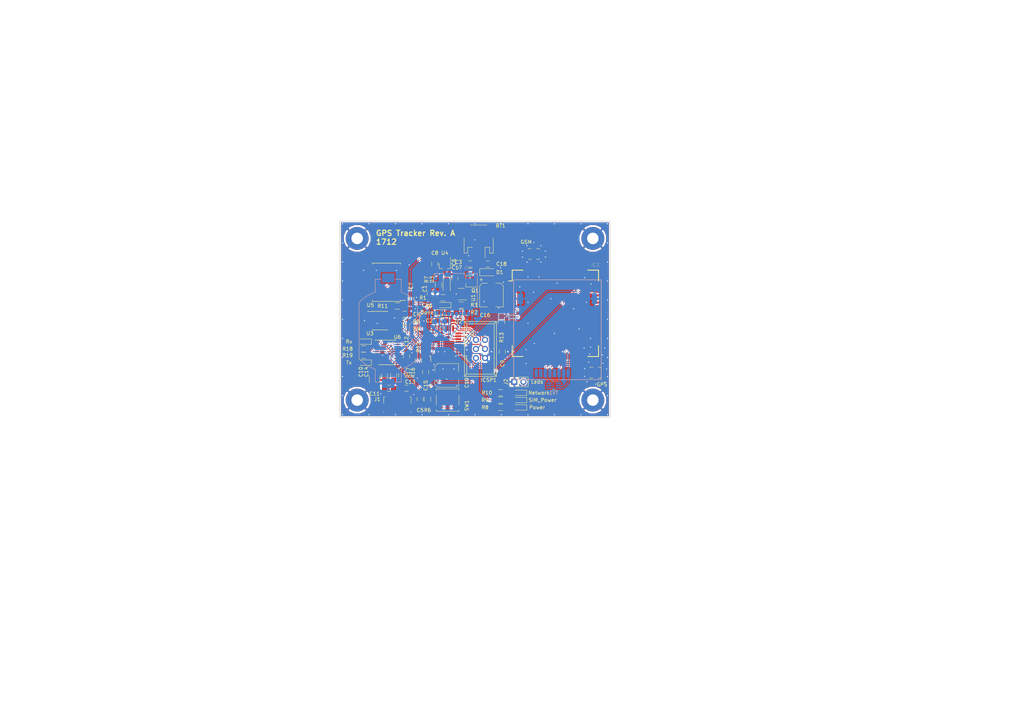
<source format=kicad_pcb>
(kicad_pcb (version 4) (host pcbnew 4.0.7)
  (layers (0 F.Cu signal) (31 B.Cu signal) (34 B.Paste user) (35 F.Paste user) (36 B.SilkS user) (37 F.SilkS user) (38 B.Mask user) (39 F.Mask user) (44 Edge.Cuts user))
  (net 0 "")
  (net 1 +BATT)
  (net 2 GND)
  (net 3 "Net-(BT2-Pad1)")
  (net 4 VBUS)
  (net 5 "Net-(C2-Pad1)")
  (net 6 +3V3)
  (net 7 /ARD_RST)
  (net 8 /DTR)
  (net 9 "Net-(C6-Pad1)")
  (net 10 /RTC_PWR)
  (net 11 "Net-(C9-Pad1)")
  (net 12 "Net-(C11-Pad1)")
  (net 13 "Net-(C12-Pad1)")
  (net 14 "Net-(C13-Pad1)")
  (net 15 +2V8)
  (net 16 /SIM808_P)
  (net 17 "Net-(IC1-Pad9)")
  (net 18 /SIM808_RI)
  (net 19 "Net-(IC1-Pad11)")
  (net 20 "Net-(IC1-Pad12)")
  (net 21 "Net-(IC1-Pad13)")
  (net 22 /ARD_HRX)
  (net 23 /ARD_HTX)
  (net 24 "Net-(IC1-Pad19)")
  (net 25 "Net-(IC1-Pad20)")
  (net 26 "Net-(IC1-Pad21)")
  (net 27 "Net-(IC1-Pad22)")
  (net 28 "Net-(IC1-Pad23)")
  (net 29 "Net-(IC1-Pad24)")
  (net 30 "Net-(IC1-Pad25)")
  (net 31 "Net-(IC1-Pad26)")
  (net 32 "Net-(IC1-Pad27)")
  (net 33 +1V8)
  (net 34 /SIMDATA)
  (net 35 /SIMCLK)
  (net 36 /SIMRST)
  (net 37 "Net-(IC1-Pad33)")
  (net 38 "Net-(IC1-Pad37)")
  (net 39 "Net-(IC1-Pad38)")
  (net 40 "Net-(IC1-Pad39)")
  (net 41 "Net-(IC1-Pad41)")
  (net 42 "Net-(IC1-Pad42)")
  (net 43 "Net-(IC1-Pad43)")
  (net 44 "Net-(IC1-Pad44)")
  (net 45 "Net-(IC1-Pad45)")
  (net 46 "Net-(IC1-Pad46)")
  (net 47 "Net-(IC1-Pad47)")
  (net 48 "Net-(IC1-Pad48)")
  (net 49 /SIM808_S)
  (net 50 /NETWORK_LED)
  (net 51 "Net-(IC1-Pad53)")
  (net 52 "Net-(IC1-Pad55)")
  (net 53 "Net-(IC1-Pad56)")
  (net 54 "Net-(IC1-Pad57)")
  (net 55 "Net-(IC1-Pad58)")
  (net 56 "Net-(IC1-Pad59)")
  (net 57 "Net-(IC1-Pad60)")
  (net 58 "Net-(IC1-Pad61)")
  (net 59 "Net-(IC1-Pad62)")
  (net 60 "Net-(IC1-Pad63)")
  (net 61 /ARD_MISO)
  (net 62 /ARD_SCK)
  (net 63 /ARD_MOSI)
  (net 64 "Net-(J1-Pad4)")
  (net 65 "Net-(J2-Pad2)")
  (net 66 "Net-(J3-Pad6)")
  (net 67 "Net-(J6-Pad8)")
  (net 68 /ARD_IO10)
  (net 69 "Net-(J6-Pad1)")
  (net 70 "Net-(R1-Pad1)")
  (net 71 "Net-(R2-Pad2)")
  (net 72 /SDA)
  (net 73 /SCL)
  (net 74 /WAKE_UP)
  (net 75 "Net-(R16-Pad1)")
  (net 76 "Net-(R17-Pad2)")
  (net 77 "Net-(R18-Pad1)")
  (net 78 "Net-(R19-Pad1)")
  (net 79 "Net-(U2-Pad7)")
  (net 80 "Net-(U2-Pad8)")
  (net 81 "Net-(U2-Pad11)")
  (net 82 "Net-(U2-Pad19)")
  (net 83 "Net-(U2-Pad22)")
  (net 84 "Net-(U2-Pad24)")
  (net 85 "Net-(U2-Pad25)")
  (net 86 "Net-(U2-Pad26)")
  (net 87 /ARD_RX)
  (net 88 /ARD_TX)
  (net 89 "Net-(U3-Pad7)")
  (net 90 "Net-(U5-Pad1)")
  (net 91 "Net-(U5-Pad4)")
  (net 92 "Net-(U6-Pad2)")
  (net 93 +3V3_FDTI)
  (net 94 "Net-(U6-Pad5)")
  (net 95 "Net-(U6-Pad7)")
  (net 96 "Net-(U6-Pad8)")
  (net 97 "Net-(U6-Pad18)")
  (net 98 "Net-(U6-Pad19)")
  (net 99 "Net-(LED1-Pad1)")
  (net 100 "Net-(LED2-Pad2)")
  (net 101 "Net-(LED3-Pad2)")
  (net 102 "Net-(LED4-Pad2)")
  (net 103 "Net-(LED5-Pad2)")
  (net 104 "Net-(LED6-Pad2)")
  (net 105 "Net-(LED7-Pad2)")
  (net 106 "Net-(U2-Pad2)")
  (net 107 "Net-(TV1-Pad4)")
  (net 108 +3.3VP)
  (net 109 /GPS)
  (net 110 /GSM)
  (module custom-conn:Via-0.6mm (layer F.Cu) (at 133.223 88.9)
    (fp_text reference VIA** hide)
    (fp_text value Via-0.6mm hide)
    (pad 1 thru_hole circle (at 0 0) (size 0.6 0.6) (drill 0.3) (layers *.Cu) (net 2 GND))
  )
  (module custom-conn:Via-0.6mm (layer F.Cu) (at 121.793 92.964)
    (fp_text reference VIA** hide)
    (fp_text value Via-0.6mm hide)
    (pad 1 thru_hole circle (at 0 0) (size 0.6 0.6) (drill 0.3) (layers *.Cu) (net 2 GND))
  )
  (module custom-conn:Via-0.6mm (layer F.Cu) (at 124.206 96.393)
    (fp_text reference VIA** hide)
    (fp_text value Via-0.6mm hide)
    (pad 1 thru_hole circle (at 0 0) (size 0.6 0.6) (drill 0.3) (layers *.Cu) (net 2 GND))
  )
  (module custom-conn:Via-0.6mm (layer F.Cu) (at 123.698 87.122)
    (fp_text reference VIA** hide)
    (fp_text value Via-0.6mm hide)
    (pad 1 thru_hole circle (at 0 0) (size 0.6 0.6) (drill 0.3) (layers *.Cu) (net 2 GND))
  )
  (module custom-conn:Via-0.6mm (layer F.Cu) (at 122.174 89.789)
    (fp_text reference VIA** hide)
    (fp_text value Via-0.6mm hide)
    (pad 1 thru_hole circle (at 0 0) (size 0.6 0.6) (drill 0.3) (layers *.Cu) (net 2 GND))
  )
  (module custom-conn:Via-0.6mm (layer F.Cu) (at 126.365 95.25)
    (fp_text reference VIA** hide)
    (fp_text value Via-0.6mm hide)
    (pad 1 thru_hole circle (at 0 0) (size 0.6 0.6) (drill 0.3) (layers *.Cu) (net 2 GND))
  )
  (module custom-conn:Via-0.6mm (layer F.Cu) (at 116.078 95.504)
    (fp_text reference VIA** hide)
    (fp_text value Via-0.6mm hide)
    (pad 1 thru_hole circle (at 0 0) (size 0.6 0.6) (drill 0.3) (layers *.Cu) (net 2 GND))
  )
  (module custom-conn:Via-0.6mm (layer F.Cu) (at 126.746 109.982)
    (fp_text reference VIA** hide)
    (fp_text value Via-0.6mm hide)
    (pad 1 thru_hole circle (at 0 0) (size 0.6 0.6) (drill 0.3) (layers *.Cu) (net 2 GND))
  )
  (module custom-conn:Via-0.6mm (layer F.Cu) (at 154.94 102.616)
    (fp_text reference VIA** hide)
    (fp_text value Via-0.6mm hide)
    (pad 1 thru_hole circle (at 0 0) (size 0.6 0.6) (drill 0.3) (layers *.Cu) (net 2 GND))
  )
  (module custom-conn:Via-0.6mm (layer F.Cu) (at 169.418 91.186)
    (fp_text reference VIA** hide)
    (fp_text value Via-0.6mm hide)
    (pad 1 thru_hole circle (at 0 0) (size 0.6 0.6) (drill 0.3) (layers *.Cu) (net 2 GND))
  )
  (module custom-conn:Via-0.6mm (layer F.Cu) (at 153.162 91.186)
    (fp_text reference VIA** hide)
    (fp_text value Via-0.6mm hide)
    (pad 1 thru_hole circle (at 0 0) (size 0.6 0.6) (drill 0.3) (layers *.Cu) (net 2 GND))
  )
  (module custom-conn:Via-0.6mm (layer F.Cu) (at 154.686 88.392)
    (fp_text reference VIA** hide)
    (fp_text value Via-0.6mm hide)
    (pad 1 thru_hole circle (at 0 0) (size 0.6 0.6) (drill 0.3) (layers *.Cu) (net 2 GND))
  )
  (module custom-conn:Via-0.6mm (layer F.Cu) (at 161.29 85.852)
    (fp_text reference VIA** hide)
    (fp_text value Via-0.6mm hide)
    (pad 1 thru_hole circle (at 0 0) (size 0.6 0.6) (drill 0.3) (layers *.Cu) (net 2 GND))
  )
  (module custom-conn:Via-0.6mm (layer F.Cu) (at 167.386 98.552)
    (fp_text reference VIA** hide)
    (fp_text value Via-0.6mm hide)
    (pad 1 thru_hole circle (at 0 0) (size 0.6 0.6) (drill 0.3) (layers *.Cu) (net 2 GND))
  )
  (module custom-conn:Via-0.6mm (layer F.Cu) (at 159.512 90.17)
    (fp_text reference VIA** hide)
    (fp_text value Via-0.6mm hide)
    (pad 1 thru_hole circle (at 0 0) (size 0.6 0.6) (drill 0.3) (layers *.Cu) (net 2 GND))
  )
  (module custom-conn:Via-0.6mm (layer F.Cu) (at 153.162 97.028)
    (fp_text reference VIA** hide)
    (fp_text value Via-0.6mm hide)
    (pad 1 thru_hole circle (at 0 0) (size 0.6 0.6) (drill 0.3) (layers *.Cu) (net 2 GND))
  )
  (module custom-conn:Via-0.6mm (layer F.Cu) (at 165.862 92.964)
    (fp_text reference VIA** hide)
    (fp_text value Via-0.6mm hide)
    (pad 1 thru_hole circle (at 0 0) (size 0.6 0.6) (drill 0.3) (layers *.Cu) (net 2 GND))
  )
  (module custom-conn:Via-0.6mm (layer F.Cu) (at 160.528 99.822)
    (fp_text reference VIA** hide)
    (fp_text value Via-0.6mm hide)
    (pad 1 thru_hole circle (at 0 0) (size 0.6 0.6) (drill 0.3) (layers *.Cu) (net 2 GND))
  )
  (module custom-conn:Via-0.6mm (layer F.Cu) (at 157.988 78.613)
    (fp_text reference VIA** hide)
    (fp_text value Via-0.6mm hide)
    (pad 1 thru_hole circle (at 0 0) (size 0.6 0.6) (drill 0.3) (layers *.Cu) (net 2 GND))
  )
  (module custom-conn:Via-0.6mm (layer F.Cu) (at 151.638 78.613)
    (fp_text reference VIA** hide)
    (fp_text value Via-0.6mm hide)
    (pad 1 thru_hole circle (at 0 0) (size 0.6 0.6) (drill 0.3) (layers *.Cu) (net 2 GND))
  )
  (module Connectors_Molex:Molex_Microcoaxial_RF (layer F.Cu) (at 171.958 110.744 180)
    (fp_text reference J4 hide)
    (fp_text value CONN_COAXIAL hide)
    (pad 2 smd rect (at -1.475 0 180) (size 1.05 2.2) (layers F.Cu F.Paste F.Mask) (net 2 GND))
    (pad 2 smd rect (at 1.475 0 180) (size 1.05 2.2) (layers F.Cu F.Paste F.Mask) (net 2 GND))
    (pad 2 smd rect (at 0 -1.5 180) (size 1 1) (layers F.Cu F.Paste F.Mask) (net 2 GND))
    (pad 1 smd rect (at 0 1.5 180) (size 1 1) (layers F.Cu F.Paste F.Mask) (net 109 /GPS))
  )
  (module custom-conn:Via-0.6mm (layer F.Cu) (at 175.006 109.728)
    (fp_text reference VIA** hide)
    (fp_text value Via-0.6mm hide)
    (pad 1 thru_hole circle (at 0 0) (size 0.6 0.6) (drill 0.3) (layers *.Cu) (net 2 GND))
  )
  (module custom-conn:Via-0.6mm (layer F.Cu) (at 173.863 105.791)
    (fp_text reference VIA** hide)
    (fp_text value Via-0.6mm hide)
    (pad 1 thru_hole circle (at 0 0) (size 0.6 0.6) (drill 0.3) (layers *.Cu) (net 2 GND))
  )
  (module custom-conn:Via-0.6mm (layer F.Cu) (at 170.307 105.537)
    (fp_text reference VIA** hide)
    (fp_text value Via-0.6mm hide)
    (pad 1 thru_hole circle (at 0 0) (size 0.6 0.6) (drill 0.3) (layers *.Cu) (net 2 GND))
  )
  (module custom-conn:Via-0.6mm (layer F.Cu) (at 168.91 109.601)
    (fp_text reference VIA** hide)
    (fp_text value Via-0.6mm hide)
    (pad 1 thru_hole circle (at 0 0) (size 0.6 0.6) (drill 0.3) (layers *.Cu) (net 2 GND))
  )
  (module custom-conn:Via-0.6mm (layer F.Cu) (at 170.561 103.632)
    (fp_text reference VIA** hide)
    (fp_text value Via-0.6mm hide)
    (pad 1 thru_hole circle (at 0 0) (size 0.6 0.6) (drill 0.3) (layers *.Cu) (net 2 GND))
  )
  (module custom-conn:Via-0.6mm (layer F.Cu) (at 174.498 103.886)
    (fp_text reference VIA** hide)
    (fp_text value Via-0.6mm hide)
    (pad 1 thru_hole circle (at 0 0) (size 0.6 0.6) (drill 0.3) (layers *.Cu) (net 2 GND))
  )
  (module custom-conn:Via-0.6mm (layer F.Cu) (at 173.99 108.077)
    (fp_text reference VIA** hide)
    (fp_text value Via-0.6mm hide)
    (pad 1 thru_hole circle (at 0 0) (size 0.6 0.6) (drill 0.3) (layers *.Cu) (net 2 GND))
  )
  (module custom-conn:Via-0.6mm (layer F.Cu) (at 174.498 113.284)
    (fp_text reference VIA** hide)
    (fp_text value Via-0.6mm hide)
    (pad 1 thru_hole circle (at 0 0) (size 0.6 0.6) (drill 0.3) (layers *.Cu) (net 2 GND))
  )
  (module custom-conn:Via-0.6mm (layer F.Cu) (at 169.545 113.284)
    (fp_text reference VIA** hide)
    (fp_text value Via-0.6mm hide)
    (pad 1 thru_hole circle (at 0 0) (size 0.6 0.6) (drill 0.3) (layers *.Cu) (net 2 GND))
  )
  (module custom-conn:Via-0.6mm (layer F.Cu) (at 168.783 103.886)
    (fp_text reference VIA** hide)
    (fp_text value Via-0.6mm hide)
    (pad 1 thru_hole circle (at 0 0) (size 0.6 0.6) (drill 0.3) (layers *.Cu) (net 2 GND))
  )
  (module custom-conn:Via-0.6mm (layer F.Cu) (at 154.813 74.549)
    (fp_text reference VIA** hide)
    (fp_text value Via-0.6mm hide)
    (pad 1 thru_hole circle (at 0 0) (size 0.6 0.6) (drill 0.3) (layers *.Cu) (net 2 GND))
  )
  (module custom-conn:Via-0.6mm (layer F.Cu) (at 152.908 75.438)
    (fp_text reference VIA** hide)
    (fp_text value Via-0.6mm hide)
    (pad 1 thru_hole circle (at 0 0) (size 0.6 0.6) (drill 0.3) (layers *.Cu) (net 2 GND))
  )
  (module SIM808:QFN100P2400X2400X260-68N (layer F.Cu) (at 160.782 94.234)
    (fp_text reference IC1 (at 11.176 -13.462) (layer F.SilkS) (effects (font (size 1.00176 1.00176) (thickness 0.05))))
    (fp_text value SIM808 hide)
    (pad 1 smd rect (at -12 -8) (size 1.6 0.6) (layers F.Cu F.Paste F.Mask) (net 2 GND))
    (pad 2 smd rect (at -12 -7) (size 1.6 0.6) (layers F.Cu F.Paste F.Mask) (net 2 GND))
    (pad 3 smd rect (at -12 -6) (size 1.6 0.6) (layers F.Cu F.Paste F.Mask) (net 2 GND))
    (pad 4 smd rect (at -12 -5) (size 1.6 0.6) (layers F.Cu F.Paste F.Mask) (net 1 +BATT))
    (pad 5 smd rect (at -12 -4) (size 1.6 0.6) (layers F.Cu F.Paste F.Mask) (net 1 +BATT))
    (pad 6 smd rect (at -12 -3) (size 1.6 0.6) (layers F.Cu F.Paste F.Mask) (net 1 +BATT))
    (pad 7 smd rect (at -12 -2) (size 1.6 0.6) (layers F.Cu F.Paste F.Mask) (net 15 +2V8))
    (pad 8 smd rect (at -12 -1) (size 1.6 0.6) (layers F.Cu F.Paste F.Mask) (net 16 /SIM808_P))
    (pad 9 smd rect (at -12 0) (size 1.6 0.6) (layers F.Cu F.Paste F.Mask) (net 17 "Net-(IC1-Pad9)"))
    (pad 10 smd rect (at -12 1) (size 1.6 0.6) (layers F.Cu F.Paste F.Mask) (net 18 /SIM808_RI))
    (pad 11 smd rect (at -12 2) (size 1.6 0.6) (layers F.Cu F.Paste F.Mask) (net 19 "Net-(IC1-Pad11)"))
    (pad 12 smd rect (at -12 3) (size 1.6 0.6) (layers F.Cu F.Paste F.Mask) (net 20 "Net-(IC1-Pad12)"))
    (pad 13 smd rect (at -12 4) (size 1.6 0.6) (layers F.Cu F.Paste F.Mask) (net 21 "Net-(IC1-Pad13)"))
    (pad 14 smd rect (at -12 5) (size 1.6 0.6) (layers F.Cu F.Paste F.Mask) (net 22 /ARD_HRX))
    (pad 15 smd rect (at -12 6) (size 1.6 0.6) (layers F.Cu F.Paste F.Mask) (net 23 /ARD_HTX))
    (pad 16 smd rect (at -12 7) (size 1.6 0.6) (layers F.Cu F.Paste F.Mask) (net 7 /ARD_RST))
    (pad 17 smd rect (at -12 8) (size 1.6 0.6) (layers F.Cu F.Paste F.Mask) (net 11 "Net-(C9-Pad1)"))
    (pad 18 smd rect (at -8 12 90) (size 1.6 0.6) (layers F.Cu F.Paste F.Mask) (net 2 GND))
    (pad 19 smd rect (at -7 12 90) (size 1.6 0.6) (layers F.Cu F.Paste F.Mask) (net 24 "Net-(IC1-Pad19)"))
    (pad 20 smd rect (at -6 12 90) (size 1.6 0.6) (layers F.Cu F.Paste F.Mask) (net 25 "Net-(IC1-Pad20)"))
    (pad 21 smd rect (at -5 12 90) (size 1.6 0.6) (layers F.Cu F.Paste F.Mask) (net 26 "Net-(IC1-Pad21)"))
    (pad 22 smd rect (at -4 12 90) (size 1.6 0.6) (layers F.Cu F.Paste F.Mask) (net 27 "Net-(IC1-Pad22)"))
    (pad 23 smd rect (at -3 12 90) (size 1.6 0.6) (layers F.Cu F.Paste F.Mask) (net 28 "Net-(IC1-Pad23)"))
    (pad 24 smd rect (at -2 12 90) (size 1.6 0.6) (layers F.Cu F.Paste F.Mask) (net 29 "Net-(IC1-Pad24)"))
    (pad 25 smd rect (at -1 12 90) (size 1.6 0.6) (layers F.Cu F.Paste F.Mask) (net 30 "Net-(IC1-Pad25)"))
    (pad 26 smd rect (at 0 12 90) (size 1.6 0.6) (layers F.Cu F.Paste F.Mask) (net 31 "Net-(IC1-Pad26)"))
    (pad 27 smd rect (at 1 12 90) (size 1.6 0.6) (layers F.Cu F.Paste F.Mask) (net 32 "Net-(IC1-Pad27)"))
    (pad 28 smd rect (at 2 12 90) (size 1.6 0.6) (layers F.Cu F.Paste F.Mask) (net 2 GND))
    (pad 29 smd rect (at 3 12 90) (size 1.6 0.6) (layers F.Cu F.Paste F.Mask) (net 33 +1V8))
    (pad 30 smd rect (at 4 12 90) (size 1.6 0.6) (layers F.Cu F.Paste F.Mask) (net 34 /SIMDATA))
    (pad 31 smd rect (at 5 12 90) (size 1.6 0.6) (layers F.Cu F.Paste F.Mask) (net 35 /SIMCLK))
    (pad 32 smd rect (at 6 12 90) (size 1.6 0.6) (layers F.Cu F.Paste F.Mask) (net 36 /SIMRST))
    (pad 33 smd rect (at 7 12 90) (size 1.6 0.6) (layers F.Cu F.Paste F.Mask) (net 37 "Net-(IC1-Pad33)"))
    (pad 34 smd rect (at 8 12 90) (size 1.6 0.6) (layers F.Cu F.Paste F.Mask) (net 2 GND))
    (pad 35 smd rect (at 12 8 180) (size 1.6 0.6) (layers F.Cu F.Paste F.Mask) (net 109 /GPS))
    (pad 36 smd rect (at 12 7 180) (size 1.6 0.6) (layers F.Cu F.Paste F.Mask) (net 2 GND))
    (pad 37 smd rect (at 12 6 180) (size 1.6 0.6) (layers F.Cu F.Paste F.Mask) (net 38 "Net-(IC1-Pad37)"))
    (pad 38 smd rect (at 12 5 180) (size 1.6 0.6) (layers F.Cu F.Paste F.Mask) (net 39 "Net-(IC1-Pad38)"))
    (pad 39 smd rect (at 12 4 180) (size 1.6 0.6) (layers F.Cu F.Paste F.Mask) (net 40 "Net-(IC1-Pad39)"))
    (pad 40 smd rect (at 12 3 180) (size 1.6 0.6) (layers F.Cu F.Paste F.Mask) (net 2 GND))
    (pad 41 smd rect (at 12 2 180) (size 1.6 0.6) (layers F.Cu F.Paste F.Mask) (net 41 "Net-(IC1-Pad41)"))
    (pad 42 smd rect (at 12 1 180) (size 1.6 0.6) (layers F.Cu F.Paste F.Mask) (net 42 "Net-(IC1-Pad42)"))
    (pad 43 smd rect (at 12 0 180) (size 1.6 0.6) (layers F.Cu F.Paste F.Mask) (net 43 "Net-(IC1-Pad43)"))
    (pad 44 smd rect (at 12 -1 180) (size 1.6 0.6) (layers F.Cu F.Paste F.Mask) (net 44 "Net-(IC1-Pad44)"))
    (pad 45 smd rect (at 12 -2 180) (size 1.6 0.6) (layers F.Cu F.Paste F.Mask) (net 45 "Net-(IC1-Pad45)"))
    (pad 46 smd rect (at 12 -3 180) (size 1.6 0.6) (layers F.Cu F.Paste F.Mask) (net 46 "Net-(IC1-Pad46)"))
    (pad 47 smd rect (at 12 -4 180) (size 1.6 0.6) (layers F.Cu F.Paste F.Mask) (net 47 "Net-(IC1-Pad47)"))
    (pad 48 smd rect (at 12 -5 180) (size 1.6 0.6) (layers F.Cu F.Paste F.Mask) (net 48 "Net-(IC1-Pad48)"))
    (pad 49 smd rect (at 12 -6 180) (size 1.6 0.6) (layers F.Cu F.Paste F.Mask) (net 49 /SIM808_S))
    (pad 50 smd rect (at 12 -7 180) (size 1.6 0.6) (layers F.Cu F.Paste F.Mask) (net 50 /NETWORK_LED))
    (pad 51 smd rect (at 12 -8 180) (size 1.6 0.6) (layers F.Cu F.Paste F.Mask) (net 2 GND))
    (pad 52 smd rect (at 8 -12 270) (size 1.6 0.6) (layers F.Cu F.Paste F.Mask) (net 2 GND))
    (pad 53 smd rect (at 7 -12 270) (size 1.6 0.6) (layers F.Cu F.Paste F.Mask) (net 51 "Net-(IC1-Pad53)"))
    (pad 54 smd rect (at 6 -12 270) (size 1.6 0.6) (layers F.Cu F.Paste F.Mask) (net 2 GND))
    (pad 55 smd rect (at 5 -12 270) (size 1.6 0.6) (layers F.Cu F.Paste F.Mask) (net 52 "Net-(IC1-Pad55)"))
    (pad 56 smd rect (at 4 -12 270) (size 1.6 0.6) (layers F.Cu F.Paste F.Mask) (net 53 "Net-(IC1-Pad56)"))
    (pad 57 smd rect (at 3 -12 270) (size 1.6 0.6) (layers F.Cu F.Paste F.Mask) (net 54 "Net-(IC1-Pad57)"))
    (pad 58 smd rect (at 2 -12 270) (size 1.6 0.6) (layers F.Cu F.Paste F.Mask) (net 55 "Net-(IC1-Pad58)"))
    (pad 59 smd rect (at 1 -12 270) (size 1.6 0.6) (layers F.Cu F.Paste F.Mask) (net 56 "Net-(IC1-Pad59)"))
    (pad 60 smd rect (at 0 -12 270) (size 1.6 0.6) (layers F.Cu F.Paste F.Mask) (net 57 "Net-(IC1-Pad60)"))
    (pad 61 smd rect (at -1 -12 270) (size 1.6 0.6) (layers F.Cu F.Paste F.Mask) (net 58 "Net-(IC1-Pad61)"))
    (pad 62 smd rect (at -2 -12 270) (size 1.6 0.6) (layers F.Cu F.Paste F.Mask) (net 59 "Net-(IC1-Pad62)"))
    (pad 63 smd rect (at -3 -12 270) (size 1.6 0.6) (layers F.Cu F.Paste F.Mask) (net 60 "Net-(IC1-Pad63)"))
    (pad 64 smd rect (at -4 -12 270) (size 1.6 0.6) (layers F.Cu F.Paste F.Mask) (net 2 GND))
    (pad 65 smd rect (at -5 -12 270) (size 1.6 0.6) (layers F.Cu F.Paste F.Mask) (net 2 GND))
    (pad 66 smd rect (at -6 -12 270) (size 1.6 0.6) (layers F.Cu F.Paste F.Mask) (net 110 /GSM))
    (pad 67 smd rect (at -7 -12 270) (size 1.6 0.6) (layers F.Cu F.Paste F.Mask) (net 2 GND))
    (pad 68 smd rect (at -8 -12 270) (size 1.6 0.6) (layers F.Cu F.Paste F.Mask) (net 2 GND))
  )
  (module custom-conn:Via-0.6mm (layer F.Cu) (at 133.35 114.3)
    (fp_text reference VIA** hide)
    (fp_text value Via-0.6mm hide)
    (pad 1 thru_hole circle (at 0 0) (size 0.6 0.6) (drill 0.3) (layers *.Cu) (net 2 GND))
  )
  (module custom-conn:Via-0.6mm (layer F.Cu) (at 138.43 73.787)
    (fp_text reference VIA** hide)
    (fp_text value Via-0.6mm hide)
    (pad 1 thru_hole circle (at 0 0) (size 0.6 0.6) (drill 0.3) (layers *.Cu) (net 2 GND))
  )
  (module custom-conn:Via-0.6mm (layer F.Cu) (at 136.652 78.232)
    (fp_text reference VIA** hide)
    (fp_text value Via-0.6mm hide)
    (pad 1 thru_hole circle (at 0 0) (size 0.6 0.6) (drill 0.3) (layers *.Cu) (net 2 GND))
  )
  (module custom-conn:Via-0.6mm (layer F.Cu) (at 130.048 104.902)
    (fp_text reference VIA** hide)
    (fp_text value Via-0.6mm hide)
    (pad 1 thru_hole circle (at 0 0) (size 0.6 0.6) (drill 0.3) (layers *.Cu) (net 2 GND))
  )
  (module custom-conn:Via-0.6mm (layer F.Cu) (at 128.27 104.902)
    (fp_text reference VIA** hide)
    (fp_text value Via-0.6mm hide)
    (pad 1 thru_hole circle (at 0 0) (size 0.6 0.6) (drill 0.3) (layers *.Cu) (net 2 GND))
  )
  (module custom-conn:Via-0.6mm (layer F.Cu) (at 107.442 82.296)
    (fp_text reference VIA** hide)
    (fp_text value Via-0.6mm hide)
    (pad 1 thru_hole circle (at 0 0) (size 0.6 0.6) (drill 0.3) (layers *.Cu) (net 2 GND))
  )
  (module custom-conn:Via-0.6mm (layer F.Cu) (at 120.142 80.772)
    (fp_text reference VIA** hide)
    (fp_text value Via-0.6mm hide)
    (pad 1 thru_hole circle (at 0 0) (size 0.6 0.6) (drill 0.3) (layers *.Cu) (net 2 GND))
  )
  (module custom-conn:Via-0.6mm (layer F.Cu) (at 111.252 97.028)
    (fp_text reference VIA** hide)
    (fp_text value Via-0.6mm hide)
    (pad 1 thru_hole circle (at 0 0) (size 0.6 0.6) (drill 0.3) (layers *.Cu) (net 2 GND))
  )
  (module custom-conn:Via-0.6mm (layer F.Cu) (at 128.778 100.076)
    (fp_text reference VIA** hide)
    (fp_text value Via-0.6mm hide)
    (pad 1 thru_hole circle (at 0 0) (size 0.6 0.6) (drill 0.3) (layers *.Cu) (net 2 GND))
  )
  (module custom-conn:Via-0.6mm (layer F.Cu) (at 127 108.458)
    (fp_text reference VIA** hide)
    (fp_text value Via-0.6mm hide)
    (pad 1 thru_hole circle (at 0 0) (size 0.6 0.6) (drill 0.3) (layers *.Cu) (net 2 GND))
  )
  (module custom-conn:Via-0.6mm (layer F.Cu) (at 129.54 109.728)
    (fp_text reference VIA** hide)
    (fp_text value Via-0.6mm hide)
    (pad 1 thru_hole circle (at 0 0) (size 0.6 0.6) (drill 0.3) (layers *.Cu) (net 2 GND))
  )
  (module custom-conn:Via-0.6mm (layer F.Cu) (at 128.524 83.312)
    (fp_text reference VIA** hide)
    (fp_text value Via-0.6mm hide)
    (pad 1 thru_hole circle (at 0 0) (size 0.6 0.6) (drill 0.3) (layers *.Cu) (net 2 GND))
  )
  (module custom-conn:Via-0.6mm (layer F.Cu) (at 116.586 82.296)
    (fp_text reference VIA** hide)
    (fp_text value Via-0.6mm hide)
    (pad 1 thru_hole circle (at 0 0) (size 0.6 0.6) (drill 0.3) (layers *.Cu) (net 2 GND))
  )
  (module custom-conn:Via-0.6mm (layer F.Cu) (at 110.998 82.296)
    (fp_text reference VIA** hide)
    (fp_text value Via-0.6mm hide)
    (pad 1 thru_hole circle (at 0 0) (size 0.6 0.6) (drill 0.3) (layers *.Cu) (net 2 GND))
  )
  (module custom-conn:Via-0.6mm (layer F.Cu) (at 107.696 96.266)
    (fp_text reference VIA** hide)
    (fp_text value Via-0.6mm hide)
    (pad 1 thru_hole circle (at 0 0) (size 0.6 0.6) (drill 0.3) (layers *.Cu) (net 2 GND))
  )
  (module custom-conn:Via-0.6mm (layer F.Cu) (at 120.904 105.156)
    (fp_text reference VIA** hide)
    (fp_text value Via-0.6mm hide)
    (pad 1 thru_hole circle (at 0 0) (size 0.6 0.6) (drill 0.3) (layers *.Cu) (net 2 GND))
  )
  (module custom-conn:Via-0.6mm (layer F.Cu) (at 112.776 105.918)
    (fp_text reference VIA** hide)
    (fp_text value Via-0.6mm hide)
    (pad 1 thru_hole circle (at 0 0) (size 0.6 0.6) (drill 0.3) (layers *.Cu) (net 2 GND))
  )
  (module custom-conn:Via-0.6mm (layer F.Cu) (at 150.876 86.868)
    (fp_text reference VIA** hide)
    (fp_text value Via-0.6mm hide)
    (pad 1 thru_hole circle (at 0 0) (size 0.6 0.6) (drill 0.3) (layers *.Cu) (net 2 GND))
  )
  (module custom-conn:Via-0.6mm (layer F.Cu) (at 146.304 85.598)
    (fp_text reference VIA** hide)
    (fp_text value Via-0.6mm hide)
    (pad 1 thru_hole circle (at 0 0) (size 0.6 0.6) (drill 0.3) (layers *.Cu) (net 2 GND))
  )
  (module custom-conn:Via-0.6mm (layer F.Cu) (at 152.654 104.394)
    (fp_text reference VIA** hide)
    (fp_text value Via-0.6mm hide)
    (pad 1 thru_hole circle (at 0 0) (size 0.6 0.6) (drill 0.3) (layers *.Cu) (net 2 GND))
  )
  (module custom-conn:Via-0.6mm (layer F.Cu) (at 152.654 108.204)
    (fp_text reference VIA** hide)
    (fp_text value Via-0.6mm hide)
    (pad 1 thru_hole circle (at 0 0) (size 0.6 0.6) (drill 0.3) (layers *.Cu) (net 2 GND))
  )
  (module custom-conn:Via-0.6mm (layer F.Cu) (at 153.162 84.074)
    (fp_text reference VIA** hide)
    (fp_text value Via-0.6mm hide)
    (pad 1 thru_hole circle (at 0 0) (size 0.6 0.6) (drill 0.3) (layers *.Cu) (net 2 GND))
  )
  (module custom-conn:Via-0.6mm (layer F.Cu) (at 156.21 84.074)
    (fp_text reference VIA** hide)
    (fp_text value Via-0.6mm hide)
    (pad 1 thru_hole circle (at 0 0) (size 0.6 0.6) (drill 0.3) (layers *.Cu) (net 2 GND))
  )
  (module custom-conn:Via-0.6mm (layer F.Cu) (at 168.91 84.328)
    (fp_text reference VIA** hide)
    (fp_text value Via-0.6mm hide)
    (pad 1 thru_hole circle (at 0 0) (size 0.6 0.6) (drill 0.3) (layers *.Cu) (net 2 GND))
  )
  (module custom-conn:Via-0.6mm (layer F.Cu) (at 170.688 86.106)
    (fp_text reference VIA** hide)
    (fp_text value Via-0.6mm hide)
    (pad 1 thru_hole circle (at 0 0) (size 0.6 0.6) (drill 0.3) (layers *.Cu) (net 2 GND))
  )
  (module custom-conn:Via-0.6mm (layer F.Cu) (at 170.561 101.219)
    (fp_text reference VIA** hide)
    (fp_text value Via-0.6mm hide)
    (pad 1 thru_hole circle (at 0 0) (size 0.6 0.6) (drill 0.3) (layers *.Cu) (net 2 GND))
  )
  (module custom-conn:Via-0.6mm (layer F.Cu) (at 170.053 107.823)
    (fp_text reference VIA** hide)
    (fp_text value Via-0.6mm hide)
    (pad 1 thru_hole circle (at 0 0) (size 0.6 0.6) (drill 0.3) (layers *.Cu) (net 2 GND))
  )
  (module custom-conn:Via-0.6mm (layer F.Cu) (at 171.958 113.919)
    (fp_text reference VIA** hide)
    (fp_text value Via-0.6mm hide)
    (pad 1 thru_hole circle (at 0 0) (size 0.6 0.6) (drill 0.3) (layers *.Cu) (net 2 GND))
  )
  (module custom-conn:Via-0.6mm (layer F.Cu) (at 152.908 80.01)
    (fp_text reference VIA** hide)
    (fp_text value Via-0.6mm hide)
    (pad 1 thru_hole circle (at 0 0) (size 0.6 0.6) (drill 0.3) (layers *.Cu) (net 2 GND))
  )
  (module custom-conn:Via-0.6mm (layer F.Cu) (at 156.718 80.01)
    (fp_text reference VIA** hide)
    (fp_text value Via-0.6mm hide)
    (pad 1 thru_hole circle (at 0 0) (size 0.6 0.6) (drill 0.3) (layers *.Cu) (net 2 GND))
  )
  (module custom-conn:Via-0.6mm (layer F.Cu) (at 156.718 75.438)
    (fp_text reference VIA** hide)
    (fp_text value Via-0.6mm hide)
    (pad 1 thru_hole circle (at 0 0) (size 0.6 0.6) (drill 0.3) (layers *.Cu) (net 2 GND))
  )
  (module custom-conn:Via-0.6mm (layer F.Cu) (at 157.988 76.962)
    (fp_text reference VIA** hide)
    (fp_text value Via-0.6mm hide)
    (pad 1 thru_hole circle (at 0 0) (size 0.6 0.6) (drill 0.3) (layers *.Cu) (net 2 GND))
  )
  (module custom-conn:Via-0.6mm (layer F.Cu) (at 151.638 76.962)
    (fp_text reference VIA** hide)
    (fp_text value Via-0.6mm hide)
    (pad 1 thru_hole circle (at 0 0) (size 0.6 0.6) (drill 0.3) (layers *.Cu) (net 2 GND))
  )
  (module custom-conn:Via-0.6mm (layer F.Cu) (at 168.91 111.76)
    (fp_text reference VIA** hide)
    (fp_text value Via-0.6mm hide)
    (pad 1 thru_hole circle (at 0 0) (size 0.6 0.6) (drill 0.3) (layers *.Cu) (net 2 GND))
  )
  (module custom-conn:Via-0.6mm (layer F.Cu) (at 175.26 117.1194)
    (fp_text reference VIA** hide)
    (fp_text value Via-0.6mm hide)
    (pad 1 thru_hole circle (at 0 0) (size 0.6 0.6) (drill 0.3) (layers *.Cu) (net 2 GND))
  )
  (module custom-conn:Via-0.6mm (layer F.Cu) (at 175.26 111.8108)
    (fp_text reference VIA** hide)
    (fp_text value Via-0.6mm hide)
    (pad 1 thru_hole circle (at 0 0) (size 0.6 0.6) (drill 0.3) (layers *.Cu) (net 2 GND))
  )
  (module custom-conn:Via-0.6mm (layer F.Cu) (at 175.26 106.5022)
    (fp_text reference VIA** hide)
    (fp_text value Via-0.6mm hide)
    (pad 1 thru_hole circle (at 0 0) (size 0.6 0.6) (drill 0.3) (layers *.Cu) (net 2 GND))
  )
  (module custom-conn:Via-0.6mm (layer F.Cu) (at 175.26 101.1936)
    (fp_text reference VIA** hide)
    (fp_text value Via-0.6mm hide)
    (pad 1 thru_hole circle (at 0 0) (size 0.6 0.6) (drill 0.3) (layers *.Cu) (net 2 GND))
  )
  (module custom-conn:Via-0.6mm (layer F.Cu) (at 175.26 95.885)
    (fp_text reference VIA** hide)
    (fp_text value Via-0.6mm hide)
    (pad 1 thru_hole circle (at 0 0) (size 0.6 0.6) (drill 0.3) (layers *.Cu) (net 2 GND))
  )
  (module custom-conn:Via-0.6mm (layer F.Cu) (at 175.26 90.5764)
    (fp_text reference VIA** hide)
    (fp_text value Via-0.6mm hide)
    (pad 1 thru_hole circle (at 0 0) (size 0.6 0.6) (drill 0.3) (layers *.Cu) (net 2 GND))
  )
  (module custom-conn:Via-0.6mm (layer F.Cu) (at 175.26 85.2678)
    (fp_text reference VIA** hide)
    (fp_text value Via-0.6mm hide)
    (pad 1 thru_hole circle (at 0 0) (size 0.6 0.6) (drill 0.3) (layers *.Cu) (net 2 GND))
  )
  (module custom-conn:Via-0.6mm (layer F.Cu) (at 175.26 79.9592)
    (fp_text reference VIA** hide)
    (fp_text value Via-0.6mm hide)
    (pad 1 thru_hole circle (at 0 0) (size 0.6 0.6) (drill 0.3) (layers *.Cu) (net 2 GND))
  )
  (module custom-conn:Via-0.6mm (layer F.Cu) (at 175.26 74.6506)
    (fp_text reference VIA** hide)
    (fp_text value Via-0.6mm hide)
    (pad 1 thru_hole circle (at 0 0) (size 0.6 0.6) (drill 0.3) (layers *.Cu) (net 2 GND))
  )
  (module custom-conn:Via-0.6mm (layer F.Cu) (at 175.26 69.342)
    (fp_text reference VIA** hide)
    (fp_text value Via-0.6mm hide)
    (pad 1 thru_hole circle (at 0 0) (size 0.6 0.6) (drill 0.3) (layers *.Cu) (net 2 GND))
  )
  (module custom-conn:Via-0.6mm (layer F.Cu) (at 167.894 69.342)
    (fp_text reference VIA** hide)
    (fp_text value Via-0.6mm hide)
    (pad 1 thru_hole circle (at 0 0) (size 0.6 0.6) (drill 0.3) (layers *.Cu) (net 2 GND))
  )
  (module custom-conn:Via-0.6mm (layer F.Cu) (at 160.528 69.342)
    (fp_text reference VIA** hide)
    (fp_text value Via-0.6mm hide)
    (pad 1 thru_hole circle (at 0 0) (size 0.6 0.6) (drill 0.3) (layers *.Cu) (net 2 GND))
  )
  (module custom-conn:Via-0.6mm (layer F.Cu) (at 153.162 69.342)
    (fp_text reference VIA** hide)
    (fp_text value Via-0.6mm hide)
    (pad 1 thru_hole circle (at 0 0) (size 0.6 0.6) (drill 0.3) (layers *.Cu) (net 2 GND))
  )
  (module custom-conn:Via-0.6mm (layer F.Cu) (at 145.796 69.342)
    (fp_text reference VIA** hide)
    (fp_text value Via-0.6mm hide)
    (pad 1 thru_hole circle (at 0 0) (size 0.6 0.6) (drill 0.3) (layers *.Cu) (net 2 GND))
  )
  (module custom-conn:Via-0.6mm (layer F.Cu) (at 138.43 69.342)
    (fp_text reference VIA** hide)
    (fp_text value Via-0.6mm hide)
    (pad 1 thru_hole circle (at 0 0) (size 0.6 0.6) (drill 0.3) (layers *.Cu) (net 2 GND))
  )
  (module custom-conn:Via-0.6mm (layer F.Cu) (at 131.064 69.342)
    (fp_text reference VIA** hide)
    (fp_text value Via-0.6mm hide)
    (pad 1 thru_hole circle (at 0 0) (size 0.6 0.6) (drill 0.3) (layers *.Cu) (net 2 GND))
  )
  (module custom-conn:Via-0.6mm (layer F.Cu) (at 123.698 69.342)
    (fp_text reference VIA** hide)
    (fp_text value Via-0.6mm hide)
    (pad 1 thru_hole circle (at 0 0) (size 0.6 0.6) (drill 0.3) (layers *.Cu) (net 2 GND))
  )
  (module custom-conn:Via-0.6mm (layer F.Cu) (at 116.332 69.342)
    (fp_text reference VIA** hide)
    (fp_text value Via-0.6mm hide)
    (pad 1 thru_hole circle (at 0 0) (size 0.6 0.6) (drill 0.3) (layers *.Cu) (net 2 GND))
  )
  (module custom-conn:Via-0.6mm (layer F.Cu) (at 108.966 69.342)
    (fp_text reference VIA** hide)
    (fp_text value Via-0.6mm hide)
    (pad 1 thru_hole circle (at 0 0) (size 0.6 0.6) (drill 0.3) (layers *.Cu) (net 2 GND))
  )
  (module custom-conn:Via-0.6mm (layer F.Cu) (at 101.6 69.342)
    (fp_text reference VIA** hide)
    (fp_text value Via-0.6mm hide)
    (pad 1 thru_hole circle (at 0 0) (size 0.6 0.6) (drill 0.3) (layers *.Cu) (net 2 GND))
  )
  (module custom-conn:Via-0.6mm (layer F.Cu) (at 101.6 74.6506)
    (fp_text reference VIA** hide)
    (fp_text value Via-0.6mm hide)
    (pad 1 thru_hole circle (at 0 0) (size 0.6 0.6) (drill 0.3) (layers *.Cu) (net 2 GND))
  )
  (module custom-conn:Via-0.6mm (layer F.Cu) (at 101.6 79.9592)
    (fp_text reference VIA** hide)
    (fp_text value Via-0.6mm hide)
    (pad 1 thru_hole circle (at 0 0) (size 0.6 0.6) (drill 0.3) (layers *.Cu) (net 2 GND))
  )
  (module custom-conn:Via-0.6mm (layer F.Cu) (at 101.6 85.2678)
    (fp_text reference VIA** hide)
    (fp_text value Via-0.6mm hide)
    (pad 1 thru_hole circle (at 0 0) (size 0.6 0.6) (drill 0.3) (layers *.Cu) (net 2 GND))
  )
  (module custom-conn:Via-0.6mm (layer F.Cu) (at 101.6 90.5764)
    (fp_text reference VIA** hide)
    (fp_text value Via-0.6mm hide)
    (pad 1 thru_hole circle (at 0 0) (size 0.6 0.6) (drill 0.3) (layers *.Cu) (net 2 GND))
  )
  (module custom-conn:Via-0.6mm (layer F.Cu) (at 101.6 95.885)
    (fp_text reference VIA** hide)
    (fp_text value Via-0.6mm hide)
    (pad 1 thru_hole circle (at 0 0) (size 0.6 0.6) (drill 0.3) (layers *.Cu) (net 2 GND))
  )
  (module custom-conn:Via-0.6mm (layer F.Cu) (at 101.6 101.1936)
    (fp_text reference VIA** hide)
    (fp_text value Via-0.6mm hide)
    (pad 1 thru_hole circle (at 0 0) (size 0.6 0.6) (drill 0.3) (layers *.Cu) (net 2 GND))
  )
  (module custom-conn:Via-0.6mm (layer F.Cu) (at 101.6 106.5022)
    (fp_text reference VIA** hide)
    (fp_text value Via-0.6mm hide)
    (pad 1 thru_hole circle (at 0 0) (size 0.6 0.6) (drill 0.3) (layers *.Cu) (net 2 GND))
  )
  (module custom-conn:Via-0.6mm (layer F.Cu) (at 101.6 111.8108)
    (fp_text reference VIA** hide)
    (fp_text value Via-0.6mm hide)
    (pad 1 thru_hole circle (at 0 0) (size 0.6 0.6) (drill 0.3) (layers *.Cu) (net 2 GND))
  )
  (module custom-conn:Via-0.6mm (layer F.Cu) (at 101.6 117.1194)
    (fp_text reference VIA** hide)
    (fp_text value Via-0.6mm hide)
    (pad 1 thru_hole circle (at 0 0) (size 0.6 0.6) (drill 0.3) (layers *.Cu) (net 2 GND))
  )
  (module custom-conn:Via-0.6mm (layer F.Cu) (at 175.26 122.428)
    (fp_text reference VIA** hide)
    (fp_text value Via-0.6mm hide)
    (pad 1 thru_hole circle (at 0 0) (size 0.6 0.6) (drill 0.3) (layers *.Cu) (net 2 GND))
  )
  (module custom-conn:Via-0.6mm (layer F.Cu) (at 167.894 122.428)
    (fp_text reference VIA** hide)
    (fp_text value Via-0.6mm hide)
    (pad 1 thru_hole circle (at 0 0) (size 0.6 0.6) (drill 0.3) (layers *.Cu) (net 2 GND))
  )
  (module custom-conn:Via-0.6mm (layer F.Cu) (at 160.528 122.428)
    (fp_text reference VIA** hide)
    (fp_text value Via-0.6mm hide)
    (pad 1 thru_hole circle (at 0 0) (size 0.6 0.6) (drill 0.3) (layers *.Cu) (net 2 GND))
  )
  (module custom-conn:Via-0.6mm (layer F.Cu) (at 153.162 122.428)
    (fp_text reference VIA** hide)
    (fp_text value Via-0.6mm hide)
    (pad 1 thru_hole circle (at 0 0) (size 0.6 0.6) (drill 0.3) (layers *.Cu) (net 2 GND))
  )
  (module custom-conn:Via-0.6mm (layer F.Cu) (at 145.796 122.428)
    (fp_text reference VIA** hide)
    (fp_text value Via-0.6mm hide)
    (pad 1 thru_hole circle (at 0 0) (size 0.6 0.6) (drill 0.3) (layers *.Cu) (net 2 GND))
  )
  (module custom-conn:Via-0.6mm (layer F.Cu) (at 138.43 122.428)
    (fp_text reference VIA** hide)
    (fp_text value Via-0.6mm hide)
    (pad 1 thru_hole circle (at 0 0) (size 0.6 0.6) (drill 0.3) (layers *.Cu) (net 2 GND))
  )
  (module custom-conn:Via-0.6mm (layer F.Cu) (at 131.064 122.428)
    (fp_text reference VIA** hide)
    (fp_text value Via-0.6mm hide)
    (pad 1 thru_hole circle (at 0 0) (size 0.6 0.6) (drill 0.3) (layers *.Cu) (net 2 GND))
  )
  (module custom-conn:Via-0.6mm (layer F.Cu) (at 123.698 122.428)
    (fp_text reference VIA** hide)
    (fp_text value Via-0.6mm hide)
    (pad 1 thru_hole circle (at 0 0) (size 0.6 0.6) (drill 0.3) (layers *.Cu) (net 2 GND))
  )
  (module custom-conn:Via-0.6mm (layer F.Cu) (at 116.332 122.428)
    (fp_text reference VIA** hide)
    (fp_text value Via-0.6mm hide)
    (pad 1 thru_hole circle (at 0 0) (size 0.6 0.6) (drill 0.3) (layers *.Cu) (net 2 GND))
  )
  (module custom-conn:Via-0.6mm (layer F.Cu) (at 108.966 122.428)
    (fp_text reference VIA** hide)
    (fp_text value Via-0.6mm hide)
    (pad 1 thru_hole circle (at 0 0) (size 0.6 0.6) (drill 0.3) (layers *.Cu) (net 2 GND))
  )
  (module custom-conn:Via-0.6mm (layer F.Cu) (at 101.6 122.428)
    (fp_text reference VIA** hide)
    (fp_text value Via-0.6mm hide)
    (pad 1 thru_hole circle (at 0 0) (size 0.6 0.6) (drill 0.3) (layers *.Cu) (net 2 GND))
  )
  (module custom-conn:Via-0.6mm (layer F.Cu) (at 121.412 116.84)
    (fp_text reference VIA** hide)
    (fp_text value Via-0.6mm hide)
    (pad 1 thru_hole circle (at 0 0) (size 0.6 0.6) (drill 0.3) (layers *.Cu) (net 2 GND))
  )
  (module custom-conn:Via-0.6mm (layer F.Cu) (at 112.268 116.586)
    (fp_text reference VIA** hide)
    (fp_text value Via-0.6mm hide)
    (pad 1 thru_hole circle (at 0 0) (size 0.6 0.6) (drill 0.3) (layers *.Cu) (net 2 GND))
  )
  (module custom-conn:Via-0.6mm (layer F.Cu) (at 145.542 81.534)
    (fp_text reference VIA** hide)
    (fp_text value Via-0.6mm hide)
    (pad 1 thru_hole circle (at 0 0) (size 0.6 0.6) (drill 0.3) (layers *.Cu) (net 2 GND))
  )
  (module custom-conn:Via-0.6mm (layer F.Cu) (at 133.858 81.534)
    (fp_text reference VIA** hide)
    (fp_text value Via-0.6mm hide)
    (pad 1 thru_hole circle (at 0 0) (size 0.6 0.6) (drill 0.3) (layers *.Cu) (net 2 GND))
  )
  (module custom-conn:Via-0.6mm (layer F.Cu) (at 122.428 112.268)
    (fp_text reference VIA** hide)
    (fp_text value Via-0.6mm hide)
    (pad 1 thru_hole circle (at 0 0) (size 0.6 0.6) (drill 0.3) (layers *.Cu) (net 2 GND))
  )
  (module custom-conn:Via-0.6mm (layer F.Cu) (at 130.556 112.522)
    (fp_text reference VIA** hide)
    (fp_text value Via-0.6mm hide)
    (pad 1 thru_hole circle (at 0 0) (size 0.6 0.6) (drill 0.3) (layers *.Cu) (net 2 GND))
  )
  (module custom-conn:Via-0.6mm (layer F.Cu) (at 132.588 109.728)
    (fp_text reference VIA** hide)
    (fp_text value Via-0.6mm hide)
    (pad 1 thru_hole circle (at 0 0) (size 0.6 0.6) (drill 0.3) (layers *.Cu) (net 2 GND))
  )
  (module custom-conn:Via-0.6mm (layer F.Cu) (at 145.034 92.71)
    (fp_text reference VIA** hide)
    (fp_text value Via-0.6mm hide)
    (pad 1 thru_hole circle (at 0 0) (size 0.6 0.6) (drill 0.3) (layers *.Cu) (net 2 GND))
  )
  (module Mounting_Holes:MountingHole_3.2mm_M3_Pad (layer F.Cu) (at 171.196 118.364)
    (fp_text reference REF** hide)
    (fp_text value MountingHole_3.2mm_M3_Pad hide)
    (pad 1 thru_hole circle (at 0 0) (size 6.4 6.4) (drill 3.2) (layers *.Cu *.Mask) (net 2 GND))
  )
  (module Mounting_Holes:MountingHole_3.2mm_M3_Pad (layer F.Cu) (at 171.196 73.406)
    (fp_text reference REF** hide)
    (fp_text value MountingHole_3.2mm_M3_Pad hide)
    (pad 1 thru_hole circle (at 0 0) (size 6.4 6.4) (drill 3.2) (layers *.Cu *.Mask) (net 2 GND))
  )
  (module Mounting_Holes:MountingHole_3.2mm_M3_Pad (layer F.Cu) (at 105.664 118.364)
    (fp_text reference REF** hide)
    (fp_text value MountingHole_3.2mm_M3_Pad hide)
    (pad 1 thru_hole circle (at 0 0) (size 6.4 6.4) (drill 3.2) (layers *.Cu *.Mask) (net 2 GND))
  )
  (module 104031-0811:MOLEX_104031-0811 (layer B.Cu) (at 133.096 89.154 180)
    (fp_text reference J6 (at -3.18735 7.64968 180) (layer B.SilkS) (effects (font (size 1.0039 1.0039) (thickness 0.05)) (justify mirror)))
    (fp_text value Micro_SD_Card hide)
    (pad 8 smd rect (at -4.545 -5.2 180) (size 0.75 1.1) (layers B.Cu B.Paste B.Mask) (net 67 "Net-(J6-Pad8)"))
    (pad 7 smd rect (at -3.495 -5.2 180) (size 0.85 1.1) (layers B.Cu B.Paste B.Mask) (net 61 /ARD_MISO))
    (pad 6 smd rect (at -2.395 -5.2 180) (size 0.85 1.1) (layers B.Cu B.Paste B.Mask) (net 2 GND))
    (pad 5 smd rect (at -1.295 -5.2 180) (size 0.85 1.1) (layers B.Cu B.Paste B.Mask) (net 62 /ARD_SCK))
    (pad 4 smd rect (at -0.195 -5.2 180) (size 0.85 1.1) (layers B.Cu B.Paste B.Mask) (net 6 +3V3))
    (pad 3 smd rect (at 0.905 -5.2 180) (size 0.85 1.1) (layers B.Cu B.Paste B.Mask) (net 63 /ARD_MOSI))
    (pad 2 smd rect (at 2.005 -5.2 180) (size 0.875 1.1) (layers B.Cu B.Paste B.Mask) (net 68 /ARD_IO10))
    (pad 1 smd rect (at 3.105 -5.2 180) (size 0.85 1.1) (layers B.Cu B.Paste B.Mask) (net 69 "Net-(J6-Pad1)"))
    (pad 9 smd rect (at 5.74 0.95 180) (size 1.2 1) (layers B.Cu B.Paste B.Mask) (net 2 GND))
    (pad 10 smd rect (at 5.74 4.65 180) (size 1.2 1) (layers B.Cu B.Paste B.Mask))
    (pad G3 smd rect (at -3.73 5.625 180) (size 1.9 1.35) (layers B.Cu B.Paste B.Mask))
    (pad G4 smd rect (at 2.24 5.625 180) (size 1.9 1.35) (layers B.Cu B.Paste B.Mask))
    (pad G2 smd rect (at -5.755 -4.85 180) (size 1.17 1.8) (layers B.Cu B.Paste B.Mask))
    (pad G1 smd rect (at 5.565 -5.075 180) (size 1.55 1.35) (layers B.Cu B.Paste B.Mask))
  )
  (module custom-conn:VASCH3x2 (layer F.Cu) (at 139.954 104.14 270)
    (fp_text reference ICSP1 (at 8.636 -2.286 540) (layer F.SilkS))
    (fp_text value CONN_02X03 hide)
    (pad 1 thru_hole circle (at -2.54 1.27 270) (size 1.7272 1.7272) (drill 1.016) (layers *.Cu *.Mask) (net 61 /ARD_MISO))
    (pad 2 thru_hole circle (at -2.54 -1.27 270) (size 1.7272 1.7272) (drill 1.016) (layers *.Cu *.Mask) (net 6 +3V3))
    (pad 3 thru_hole circle (at 0 1.27 270) (size 1.7272 1.7272) (drill 1.016) (layers *.Cu *.Mask) (net 62 /ARD_SCK))
    (pad 4 thru_hole circle (at 0 -1.27 270) (size 1.7272 1.7272) (drill 1.016) (layers *.Cu *.Mask) (net 63 /ARD_MOSI))
    (pad 5 thru_hole circle (at 2.54 1.27 270) (size 1.7272 1.7272) (drill 1.016) (layers *.Cu *.Mask) (net 7 /ARD_RST))
    (pad 6 thru_hole circle (at 2.54 -1.27 270) (size 1.7272 1.7272) (drill 1.016) (layers *.Cu *.Mask) (net 2 GND))
  )
  (module Housings_SOIC:SOIC-16W_7.5x10.3mm_Pitch1.27mm (layer F.Cu) (at 113.792 85.598 180)
    (fp_text reference U5 (at 4.445 -6.35 360) (layer F.SilkS))
    (fp_text value DS3231SN hide)
    (pad 1 smd rect (at -4.65 -4.445 180) (size 1.5 0.6) (layers F.Cu F.Paste F.Mask) (net 90 "Net-(U5-Pad1)"))
    (pad 2 smd rect (at -4.65 -3.175 180) (size 1.5 0.6) (layers F.Cu F.Paste F.Mask) (net 108 +3.3VP))
    (pad 3 smd rect (at -4.65 -1.905 180) (size 1.5 0.6) (layers F.Cu F.Paste F.Mask) (net 74 /WAKE_UP))
    (pad 4 smd rect (at -4.65 -0.635 180) (size 1.5 0.6) (layers F.Cu F.Paste F.Mask) (net 91 "Net-(U5-Pad4)"))
    (pad 5 smd rect (at -4.65 0.635 180) (size 1.5 0.6) (layers F.Cu F.Paste F.Mask) (net 2 GND))
    (pad 6 smd rect (at -4.65 1.905 180) (size 1.5 0.6) (layers F.Cu F.Paste F.Mask) (net 2 GND))
    (pad 7 smd rect (at -4.65 3.175 180) (size 1.5 0.6) (layers F.Cu F.Paste F.Mask) (net 2 GND))
    (pad 8 smd rect (at -4.65 4.445 180) (size 1.5 0.6) (layers F.Cu F.Paste F.Mask) (net 2 GND))
    (pad 9 smd rect (at 4.65 4.445 180) (size 1.5 0.6) (layers F.Cu F.Paste F.Mask) (net 2 GND))
    (pad 10 smd rect (at 4.65 3.175 180) (size 1.5 0.6) (layers F.Cu F.Paste F.Mask) (net 2 GND))
    (pad 11 smd rect (at 4.65 1.905 180) (size 1.5 0.6) (layers F.Cu F.Paste F.Mask) (net 2 GND))
    (pad 12 smd rect (at 4.65 0.635 180) (size 1.5 0.6) (layers F.Cu F.Paste F.Mask) (net 2 GND))
    (pad 13 smd rect (at 4.65 -0.635 180) (size 1.5 0.6) (layers F.Cu F.Paste F.Mask) (net 2 GND))
    (pad 14 smd rect (at 4.65 -1.905 180) (size 1.5 0.6) (layers F.Cu F.Paste F.Mask) (net 3 "Net-(BT2-Pad1)"))
    (pad 15 smd rect (at 4.65 -3.175 180) (size 1.5 0.6) (layers F.Cu F.Paste F.Mask) (net 72 /SDA))
    (pad 16 smd rect (at 4.65 -4.445 180) (size 1.5 0.6) (layers F.Cu F.Paste F.Mask) (net 73 /SCL))
  )
  (module Capacitors_SMD:C_0805_HandSoldering (layer F.Cu) (at 113.284 111.506 270)
    (fp_text reference C14 (at -1.016 5.08 450) (layer F.SilkS))
    (fp_text value 0.1uF hide)
    (pad 1 smd rect (at -1.25 0 270) (size 1.5 1.25) (layers F.Cu F.Paste F.Mask) (net 4 VBUS))
    (pad 2 smd rect (at 1.25 0 270) (size 1.5 1.25) (layers F.Cu F.Paste F.Mask) (net 2 GND))
  )
  (module Resistors_SMD:R_0805_HandSoldering (layer F.Cu) (at 134.62 91.948)
    (fp_text reference R3 (at 3.556 0 180) (layer F.SilkS))
    (fp_text value 470R hide)
    (pad 1 smd rect (at -1.35 0) (size 1.5 1.3) (layers F.Cu F.Paste F.Mask) (net 99 "Net-(LED1-Pad1)"))
    (pad 2 smd rect (at 1.35 0) (size 1.5 1.3) (layers F.Cu F.Paste F.Mask) (net 71 "Net-(R2-Pad2)"))
  )
  (module Capacitors_SMD:C_0805_HandSoldering (layer F.Cu) (at 123.19 118.11 90)
    (fp_text reference C5 (at -3.048 0 180) (layer F.SilkS))
    (fp_text value 0.1uF hide)
    (pad 1 smd rect (at -1.25 0 90) (size 1.5 1.25) (layers F.Cu F.Paste F.Mask) (net 7 /ARD_RST))
    (pad 2 smd rect (at 1.25 0 90) (size 1.5 1.25) (layers F.Cu F.Paste F.Mask) (net 8 /DTR))
  )
  (module Housings_QFP:TQFP-32_7x7mm_Pitch0.8mm (layer F.Cu) (at 129.54 102.616 90)
    (fp_text reference U2 (at 6.096 4.318 180) (layer F.SilkS))
    (fp_text value ATMEGA328P-AU hide)
    (pad 1 smd rect (at -4.25 -2.8 90) (size 1.6 0.55) (layers F.Cu F.Paste F.Mask) (net 74 /WAKE_UP))
    (pad 2 smd rect (at -4.25 -2 90) (size 1.6 0.55) (layers F.Cu F.Paste F.Mask) (net 106 "Net-(U2-Pad2)"))
    (pad 3 smd rect (at -4.25 -1.2 90) (size 1.6 0.55) (layers F.Cu F.Paste F.Mask) (net 2 GND))
    (pad 4 smd rect (at -4.25 -0.4 90) (size 1.6 0.55) (layers F.Cu F.Paste F.Mask) (net 6 +3V3))
    (pad 5 smd rect (at -4.25 0.4 90) (size 1.6 0.55) (layers F.Cu F.Paste F.Mask) (net 2 GND))
    (pad 6 smd rect (at -4.25 1.2 90) (size 1.6 0.55) (layers F.Cu F.Paste F.Mask) (net 6 +3V3))
    (pad 7 smd rect (at -4.25 2 90) (size 1.6 0.55) (layers F.Cu F.Paste F.Mask) (net 79 "Net-(U2-Pad7)"))
    (pad 8 smd rect (at -4.25 2.8 90) (size 1.6 0.55) (layers F.Cu F.Paste F.Mask) (net 80 "Net-(U2-Pad8)"))
    (pad 9 smd rect (at -2.8 4.25 180) (size 1.6 0.55) (layers F.Cu F.Paste F.Mask) (net 23 /ARD_HTX))
    (pad 10 smd rect (at -2 4.25 180) (size 1.6 0.55) (layers F.Cu F.Paste F.Mask) (net 22 /ARD_HRX))
    (pad 11 smd rect (at -1.2 4.25 180) (size 1.6 0.55) (layers F.Cu F.Paste F.Mask) (net 81 "Net-(U2-Pad11)"))
    (pad 12 smd rect (at -0.4 4.25 180) (size 1.6 0.55) (layers F.Cu F.Paste F.Mask) (net 49 /SIM808_S))
    (pad 13 smd rect (at 0.4 4.25 180) (size 1.6 0.55) (layers F.Cu F.Paste F.Mask) (net 16 /SIM808_P))
    (pad 14 smd rect (at 1.2 4.25 180) (size 1.6 0.55) (layers F.Cu F.Paste F.Mask) (net 68 /ARD_IO10))
    (pad 15 smd rect (at 2 4.25 180) (size 1.6 0.55) (layers F.Cu F.Paste F.Mask) (net 63 /ARD_MOSI))
    (pad 16 smd rect (at 2.8 4.25 180) (size 1.6 0.55) (layers F.Cu F.Paste F.Mask) (net 61 /ARD_MISO))
    (pad 17 smd rect (at 4.25 2.8 90) (size 1.6 0.55) (layers F.Cu F.Paste F.Mask) (net 62 /ARD_SCK))
    (pad 18 smd rect (at 4.25 2 90) (size 1.6 0.55) (layers F.Cu F.Paste F.Mask) (net 6 +3V3))
    (pad 19 smd rect (at 4.25 1.2 90) (size 1.6 0.55) (layers F.Cu F.Paste F.Mask) (net 82 "Net-(U2-Pad19)"))
    (pad 20 smd rect (at 4.25 0.4 90) (size 1.6 0.55) (layers F.Cu F.Paste F.Mask) (net 5 "Net-(C2-Pad1)"))
    (pad 21 smd rect (at 4.25 -0.4 90) (size 1.6 0.55) (layers F.Cu F.Paste F.Mask) (net 2 GND))
    (pad 22 smd rect (at 4.25 -1.2 90) (size 1.6 0.55) (layers F.Cu F.Paste F.Mask) (net 83 "Net-(U2-Pad22)"))
    (pad 23 smd rect (at 4.25 -2 90) (size 1.6 0.55) (layers F.Cu F.Paste F.Mask) (net 10 /RTC_PWR))
    (pad 24 smd rect (at 4.25 -2.8 90) (size 1.6 0.55) (layers F.Cu F.Paste F.Mask) (net 84 "Net-(U2-Pad24)"))
    (pad 25 smd rect (at 2.8 -4.25 180) (size 1.6 0.55) (layers F.Cu F.Paste F.Mask) (net 85 "Net-(U2-Pad25)"))
    (pad 26 smd rect (at 2 -4.25 180) (size 1.6 0.55) (layers F.Cu F.Paste F.Mask) (net 86 "Net-(U2-Pad26)"))
    (pad 27 smd rect (at 1.2 -4.25 180) (size 1.6 0.55) (layers F.Cu F.Paste F.Mask) (net 72 /SDA))
    (pad 28 smd rect (at 0.4 -4.25 180) (size 1.6 0.55) (layers F.Cu F.Paste F.Mask) (net 73 /SCL))
    (pad 29 smd rect (at -0.4 -4.25 180) (size 1.6 0.55) (layers F.Cu F.Paste F.Mask) (net 7 /ARD_RST))
    (pad 30 smd rect (at -1.2 -4.25 180) (size 1.6 0.55) (layers F.Cu F.Paste F.Mask) (net 87 /ARD_RX))
    (pad 31 smd rect (at -2 -4.25 180) (size 1.6 0.55) (layers F.Cu F.Paste F.Mask) (net 88 /ARD_TX))
    (pad 32 smd rect (at -2.8 -4.25 180) (size 1.6 0.55) (layers F.Cu F.Paste F.Mask) (net 18 /SIM808_RI))
  )
  (module Resistors_SMD:R_0805_HandSoldering (layer F.Cu) (at 118.11 111.506 270)
    (fp_text reference R16 (at -0.762 -3.048 450) (layer F.SilkS))
    (fp_text value 27R hide)
    (pad 1 smd rect (at -1.35 0 270) (size 1.5 1.3) (layers F.Cu F.Paste F.Mask) (net 75 "Net-(R16-Pad1)"))
    (pad 2 smd rect (at 1.35 0 270) (size 1.5 1.3) (layers F.Cu F.Paste F.Mask) (net 14 "Net-(C13-Pad1)"))
  )
  (module Connectors_JST:JST_PH_S2B-PH-SM4-TB_02x2.00mm_Angled (layer F.Cu) (at 139.446 74.168 180)
    (fp_text reference BT1 (at -6.096 4.318 180) (layer F.SilkS))
    (fp_text value "External battery" hide)
    (pad 1 smd rect (at -1 -2.875 180) (size 1 3.5) (layers F.Cu F.Paste F.Mask) (net 1 +BATT))
    (pad 2 smd rect (at 1 -2.875 180) (size 1 3.5) (layers F.Cu F.Paste F.Mask) (net 2 GND))
    (pad "" smd rect (at -3.35 2.875 180) (size 1.5 3.4) (layers F.Cu F.Paste F.Mask))
    (pad "" smd rect (at 3.35 2.875 180) (size 1.5 3.4) (layers F.Cu F.Paste F.Mask))
  )
  (module Battery_Holders:Keystone_1058_1x2032-CoinCell (layer B.Cu) (at 114.3 99.06 270)
    (fp_text reference BT2 (at 0 -7.62 270) (layer B.SilkS) (effects (justify mirror)))
    (fp_text value "Backup battery")
    (pad 1 smd rect (at -14.68 0 270) (size 2.54 3.51) (layers B.Cu B.Paste B.Mask) (net 3 "Net-(BT2-Pad1)"))
    (pad 2 smd rect (at 14.68 0 270) (size 2.54 3.51) (layers B.Cu B.Paste B.Mask) (net 2 GND))
  )
  (module Capacitors_SMD:C_0805_HandSoldering (layer F.Cu) (at 125.984 88.646 90)
    (fp_text reference C1 (at 1.27 -1.524 90) (layer F.SilkS))
    (fp_text value 4.7uF hide)
    (pad 1 smd rect (at -1.25 0 90) (size 1.5 1.25) (layers F.Cu F.Paste F.Mask) (net 2 GND))
    (pad 2 smd rect (at 1.25 0 90) (size 1.5 1.25) (layers F.Cu F.Paste F.Mask) (net 4 VBUS))
  )
  (module Capacitors_SMD:C_0805_HandSoldering (layer F.Cu) (at 129.286 96.266 180)
    (fp_text reference C2 (at 3.556 0 180) (layer F.SilkS))
    (fp_text value 0.1uF hide)
    (pad 1 smd rect (at -1.25 0 180) (size 1.5 1.25) (layers F.Cu F.Paste F.Mask) (net 5 "Net-(C2-Pad1)"))
    (pad 2 smd rect (at 1.25 0 180) (size 1.5 1.25) (layers F.Cu F.Paste F.Mask) (net 2 GND))
  )
  (module Capacitors_SMD:C_0805_HandSoldering (layer F.Cu) (at 137.16 80.518 180)
    (fp_text reference C3 (at 3.302 0.508 180) (layer F.SilkS))
    (fp_text value 4.7uF hide)
    (pad 1 smd rect (at -1.25 0 180) (size 1.5 1.25) (layers F.Cu F.Paste F.Mask) (net 1 +BATT))
    (pad 2 smd rect (at 1.25 0 180) (size 1.5 1.25) (layers F.Cu F.Paste F.Mask) (net 2 GND))
  )
  (module Capacitors_SMD:C_0805_HandSoldering (layer F.Cu) (at 118.872 94.488)
    (fp_text reference C4 (at 3.302 0) (layer F.SilkS))
    (fp_text value 0.1uF hide)
    (pad 1 smd rect (at -1.25 0) (size 1.5 1.25) (layers F.Cu F.Paste F.Mask) (net 108 +3.3VP))
    (pad 2 smd rect (at 1.25 0) (size 1.5 1.25) (layers F.Cu F.Paste F.Mask) (net 2 GND))
  )
  (module Capacitors_SMD:C_0805_HandSoldering (layer F.Cu) (at 132.842 84.582 90)
    (fp_text reference C6 (at 4.572 -0.254 270) (layer F.SilkS))
    (fp_text value 1uF hide)
    (pad 1 smd rect (at -1.25 0 90) (size 1.5 1.25) (layers F.Cu F.Paste F.Mask) (net 9 "Net-(C6-Pad1)"))
    (pad 2 smd rect (at 1.25 0 90) (size 1.5 1.25) (layers F.Cu F.Paste F.Mask) (net 2 GND))
  )
  (module Capacitors_SMD:C_0805_HandSoldering (layer F.Cu) (at 120.65 90.17 90)
    (fp_text reference C7 (at 3.556 0 90) (layer F.SilkS))
    (fp_text value 0.1uF hide)
    (pad 1 smd rect (at -1.25 0 90) (size 1.5 1.25) (layers F.Cu F.Paste F.Mask) (net 10 /RTC_PWR))
    (pad 2 smd rect (at 1.25 0 90) (size 1.5 1.25) (layers F.Cu F.Paste F.Mask) (net 2 GND))
  )
  (module Capacitors_SMD:C_0805_HandSoldering (layer F.Cu) (at 127.254 80.518 270)
    (fp_text reference C8 (at -3.048 0 360) (layer F.SilkS))
    (fp_text value 1uF hide)
    (pad 1 smd rect (at -1.25 0 270) (size 1.5 1.25) (layers F.Cu F.Paste F.Mask) (net 6 +3V3))
    (pad 2 smd rect (at 1.25 0 270) (size 1.5 1.25) (layers F.Cu F.Paste F.Mask) (net 2 GND))
  )
  (module Capacitors_SMD:C_0805_HandSoldering (layer F.Cu) (at 146.05 104.902 90)
    (fp_text reference C9 (at -3.302 0 90) (layer F.SilkS))
    (fp_text value 10uF hide)
    (pad 1 smd rect (at -1.25 0 90) (size 1.5 1.25) (layers F.Cu F.Paste F.Mask) (net 11 "Net-(C9-Pad1)"))
    (pad 2 smd rect (at 1.25 0 90) (size 1.5 1.25) (layers F.Cu F.Paste F.Mask) (net 2 GND))
  )
  (module Capacitors_SMD:C_1210_HandSoldering (layer F.Cu) (at 110.49 112.522 270)
    (fp_text reference C10 (at -2.032 3.81 270) (layer F.SilkS))
    (fp_text value 4.7uF hide)
    (pad 1 smd rect (at -2 0 270) (size 2 2.5) (layers F.Cu F.Paste F.Mask) (net 4 VBUS))
    (pad 2 smd rect (at 2 0 270) (size 2 2.5) (layers F.Cu F.Paste F.Mask) (net 2 GND))
  )
  (module Capacitors_SMD:C_0805_HandSoldering (layer F.Cu) (at 114.554 115.062 180)
    (fp_text reference C11 (at 4.064 -1.524 180) (layer F.SilkS))
    (fp_text value 47pF hide)
    (pad 1 smd rect (at -1.25 0 180) (size 1.5 1.25) (layers F.Cu F.Paste F.Mask) (net 12 "Net-(C11-Pad1)"))
    (pad 2 smd rect (at 1.25 0 180) (size 1.5 1.25) (layers F.Cu F.Paste F.Mask) (net 2 GND))
  )
  (module Capacitors_SMD:C_0805_HandSoldering (layer F.Cu) (at 119.38 106.172 90)
    (fp_text reference C12 (at 4.064 0 90) (layer F.SilkS))
    (fp_text value 0.1uF hide)
    (pad 1 smd rect (at -1.25 0 90) (size 1.5 1.25) (layers F.Cu F.Paste F.Mask) (net 13 "Net-(C12-Pad1)"))
    (pad 2 smd rect (at 1.25 0 90) (size 1.5 1.25) (layers F.Cu F.Paste F.Mask) (net 2 GND))
  )
  (module Capacitors_SMD:C_0805_HandSoldering (layer F.Cu) (at 119.38 115.062)
    (fp_text reference C13 (at 1.016 -1.778) (layer F.SilkS))
    (fp_text value 47pF hide)
    (pad 1 smd rect (at -1.25 0) (size 1.5 1.25) (layers F.Cu F.Paste F.Mask) (net 14 "Net-(C13-Pad1)"))
    (pad 2 smd rect (at 1.25 0) (size 1.5 1.25) (layers F.Cu F.Paste F.Mask) (net 2 GND))
  )
  (module Diodes_SMD:D_SOD-123 (layer F.Cu) (at 130.556 86.36 270)
    (fp_text reference D3 (at -1.524 4.064 450) (layer F.SilkS))
    (fp_text value B130LAW hide)
    (pad 1 smd rect (at -1.65 0 270) (size 0.9 1.2) (layers F.Cu F.Paste F.Mask) (net 9 "Net-(C6-Pad1)"))
    (pad 2 smd rect (at 1.65 0 270) (size 0.9 1.2) (layers F.Cu F.Paste F.Mask) (net 4 VBUS))
  )
  (module Connectors_USB:USB_Micro-B_Molex_47346-0001 (layer F.Cu) (at 116.84 120.396)
    (fp_text reference J1 (at -5.588 -2.286 180) (layer F.SilkS))
    (fp_text value "Molex 47346-0001" hide)
    (pad 1 smd rect (at -1.3 -2.66) (size 0.45 1.38) (layers F.Cu F.Paste F.Mask) (net 4 VBUS))
    (pad 2 smd rect (at -0.65 -2.66) (size 0.45 1.38) (layers F.Cu F.Paste F.Mask) (net 12 "Net-(C11-Pad1)"))
    (pad 3 smd rect (at 0 -2.66) (size 0.45 1.38) (layers F.Cu F.Paste F.Mask) (net 14 "Net-(C13-Pad1)"))
    (pad 4 smd rect (at 0.65 -2.66) (size 0.45 1.38) (layers F.Cu F.Paste F.Mask) (net 64 "Net-(J1-Pad4)"))
    (pad 5 smd rect (at 1.3 -2.66) (size 0.45 1.38) (layers F.Cu F.Paste F.Mask) (net 2 GND))
    (pad 6 smd rect (at -2.4625 -2.3) (size 1.475 2.1) (layers F.Cu F.Paste F.Mask) (net 2 GND))
    (pad 6 smd rect (at 2.4625 -2.3) (size 1.475 2.1) (layers F.Cu F.Paste F.Mask) (net 2 GND))
    (pad 6 smd rect (at -2.91 0) (size 2.375 1.9) (layers F.Cu F.Paste F.Mask) (net 2 GND))
    (pad 6 smd rect (at 2.91 0) (size 2.375 1.9) (layers F.Cu F.Paste F.Mask) (net 2 GND))
    (pad 6 smd rect (at -0.84 0) (size 1.175 1.9) (layers F.Cu F.Paste F.Mask) (net 2 GND))
    (pad 6 smd rect (at 0.84 0) (size 1.175 1.9) (layers F.Cu F.Paste F.Mask) (net 2 GND))
  )
  (module acronet:47553-0001 (layer B.Cu) (at 155.448 90.17 90)
    (fp_text reference J3 hide)
    (fp_text value 47553-0001 hide)
    (pad 3 smd rect (at -20.7 3.81 90) (size 2.3 1) (layers B.Cu B.Paste B.Mask) (net 35 /SIMCLK))
    (pad CD1 smd rect (at -20.7 1.27 90) (size 2.3 1) (layers B.Cu B.Paste B.Mask))
    (pad CD2 smd rect (at -20.7 0 90) (size 2.3 1) (layers B.Cu B.Paste B.Mask))
    (pad 2 smd rect (at -20.7 6.35 90) (size 2.3 1) (layers B.Cu B.Paste B.Mask) (net 36 /SIMRST))
    (pad 1 smd rect (at -20.7 8.89 90) (size 2.3 1) (layers B.Cu B.Paste B.Mask) (net 33 +1V8))
    (pad 7 smd rect (at -20.7 2.54 90) (size 2.3 1) (layers B.Cu B.Paste B.Mask) (net 34 /SIMDATA))
    (pad 5 smd rect (at -20.7 7.62 90) (size 2.3 1) (layers B.Cu B.Paste B.Mask) (net 2 GND))
    (pad 6 smd rect (at -20.7 5.08 90) (size 2.3 1) (layers B.Cu B.Paste B.Mask) (net 66 "Net-(J3-Pad6)"))
    (pad GND1 smd rect (at 0 16.18 90) (size 2.95 1.5) (layers B.Cu B.Paste B.Mask) (net 2 GND))
    (pad GND2 smd rect (at 0 -4.37 90) (size 2.95 1.5) (layers B.Cu B.Paste B.Mask) (net 2 GND))
  )
  (module Connectors_Molex:Molex_Microcoaxial_RF (layer F.Cu) (at 154.813 77.724)
    (fp_text reference J5 hide)
    (fp_text value CONN_COAXIAL hide)
    (pad 2 smd rect (at -1.475 0) (size 1.05 2.2) (layers F.Cu F.Paste F.Mask) (net 2 GND))
    (pad 2 smd rect (at 1.475 0) (size 1.05 2.2) (layers F.Cu F.Paste F.Mask) (net 2 GND))
    (pad 2 smd rect (at 0 -1.5) (size 1 1) (layers F.Cu F.Paste F.Mask) (net 2 GND))
    (pad 1 smd rect (at 0 1.5) (size 1 1) (layers F.Cu F.Paste F.Mask) (net 110 /GSM))
  )
  (module LEDs:LED_0805_HandSoldering (layer F.Cu) (at 129.54 91.948 180)
    (fp_text reference LED1 hide)
    (fp_text value Chg (at 4.445 0 180) (layer F.SilkS))
    (pad 1 smd rect (at -1.35 0 180) (size 1.5 1.3) (layers F.Cu F.Paste F.Mask) (net 99 "Net-(LED1-Pad1)"))
    (pad 2 smd rect (at 1.35 0 180) (size 1.5 1.3) (layers F.Cu F.Paste F.Mask) (net 4 VBUS))
  )
  (module LEDs:LED_0805_HandSoldering (layer F.Cu) (at 129.54 93.98)
    (fp_text reference LED2 hide)
    (fp_text value Done (at -4.445 0) (layer F.SilkS))
    (pad 1 smd rect (at -1.35 0) (size 1.5 1.3) (layers F.Cu F.Paste F.Mask) (net 2 GND))
    (pad 2 smd rect (at 1.35 0) (size 1.5 1.3) (layers F.Cu F.Paste F.Mask) (net 100 "Net-(LED2-Pad2)"))
  )
  (module LEDs:LED_0805_HandSoldering (layer F.Cu) (at 150.622 120.396 180)
    (fp_text reference LED3 hide)
    (fp_text value Power (at -5.08 0 180) (layer F.SilkS))
    (pad 1 smd rect (at -1.35 0 180) (size 1.5 1.3) (layers F.Cu F.Paste F.Mask) (net 65 "Net-(J2-Pad2)"))
    (pad 2 smd rect (at 1.35 0 180) (size 1.5 1.3) (layers F.Cu F.Paste F.Mask) (net 101 "Net-(LED3-Pad2)"))
  )
  (module LEDs:LED_0805_HandSoldering (layer F.Cu) (at 150.622 118.364 180)
    (fp_text reference LED4 hide)
    (fp_text value SIM_Power (at -6.604 0 180) (layer F.SilkS))
    (pad 1 smd rect (at -1.35 0 180) (size 1.5 1.3) (layers F.Cu F.Paste F.Mask) (net 65 "Net-(J2-Pad2)"))
    (pad 2 smd rect (at 1.35 0 180) (size 1.5 1.3) (layers F.Cu F.Paste F.Mask) (net 102 "Net-(LED4-Pad2)"))
  )
  (module LEDs:LED_0805_HandSoldering (layer F.Cu) (at 150.622 116.332 180)
    (fp_text reference LED5 hide)
    (fp_text value Network (at -5.588 0 180) (layer F.SilkS))
    (pad 1 smd rect (at -1.35 0 180) (size 1.5 1.3) (layers F.Cu F.Paste F.Mask) (net 65 "Net-(J2-Pad2)"))
    (pad 2 smd rect (at 1.35 0 180) (size 1.5 1.3) (layers F.Cu F.Paste F.Mask) (net 103 "Net-(LED5-Pad2)"))
  )
  (module LEDs:LED_0805_HandSoldering (layer F.Cu) (at 107.442 102.108 180)
    (fp_text reference LED6 hide)
    (fp_text value Rx (at 4.064 0 180) (layer F.SilkS))
    (pad 1 smd rect (at -1.35 0 180) (size 1.5 1.3) (layers F.Cu F.Paste F.Mask) (net 93 +3V3_FDTI))
    (pad 2 smd rect (at 1.35 0 180) (size 1.5 1.3) (layers F.Cu F.Paste F.Mask) (net 104 "Net-(LED6-Pad2)"))
  )
  (module LEDs:LED_0805_HandSoldering (layer F.Cu) (at 107.442 107.95 180)
    (fp_text reference LED7 hide)
    (fp_text value Tx (at 4.064 0 180) (layer F.SilkS))
    (pad 1 smd rect (at -1.35 0 180) (size 1.5 1.3) (layers F.Cu F.Paste F.Mask) (net 93 +3V3_FDTI))
    (pad 2 smd rect (at 1.35 0 180) (size 1.5 1.3) (layers F.Cu F.Paste F.Mask) (net 105 "Net-(LED7-Pad2)"))
  )
  (module Resistors_SMD:R_0805_HandSoldering (layer F.Cu) (at 129.54 89.916 180)
    (fp_text reference R1 (at 5.588 0 180) (layer F.SilkS))
    (fp_text value 2k hide)
    (pad 1 smd rect (at -1.35 0 180) (size 1.5 1.3) (layers F.Cu F.Paste F.Mask) (net 70 "Net-(R1-Pad1)"))
    (pad 2 smd rect (at 1.35 0 180) (size 1.5 1.3) (layers F.Cu F.Paste F.Mask) (net 2 GND))
  )
  (module Resistors_SMD:R_0805_HandSoldering (layer F.Cu) (at 134.62 93.98)
    (fp_text reference R2 (at 3.556 0) (layer F.SilkS))
    (fp_text value 1k hide)
    (pad 1 smd rect (at -1.35 0) (size 1.5 1.3) (layers F.Cu F.Paste F.Mask) (net 100 "Net-(LED2-Pad2)"))
    (pad 2 smd rect (at 1.35 0) (size 1.5 1.3) (layers F.Cu F.Paste F.Mask) (net 71 "Net-(R2-Pad2)"))
  )
  (module Resistors_SMD:R_0805_HandSoldering (layer F.Cu) (at 118.872 98.552 180)
    (fp_text reference R4 (at -3.302 0 180) (layer F.SilkS))
    (fp_text value 1k hide)
    (pad 1 smd rect (at -1.35 0 180) (size 1.5 1.3) (layers F.Cu F.Paste F.Mask) (net 72 /SDA))
    (pad 2 smd rect (at 1.35 0 180) (size 1.5 1.3) (layers F.Cu F.Paste F.Mask) (net 6 +3V3))
  )
  (module Resistors_SMD:R_0805_HandSoldering (layer F.Cu) (at 118.872 96.52 180)
    (fp_text reference R5 (at -3.302 0 180) (layer F.SilkS))
    (fp_text value 1k hide)
    (pad 1 smd rect (at -1.35 0 180) (size 1.5 1.3) (layers F.Cu F.Paste F.Mask) (net 73 /SCL))
    (pad 2 smd rect (at 1.35 0 180) (size 1.5 1.3) (layers F.Cu F.Paste F.Mask) (net 6 +3V3))
  )
  (module Resistors_SMD:R_0805_HandSoldering (layer F.Cu) (at 125.222 118.11 90)
    (fp_text reference R6 (at -3.048 0 360) (layer F.SilkS))
    (fp_text value 10k hide)
    (pad 1 smd rect (at -1.35 0 90) (size 1.5 1.3) (layers F.Cu F.Paste F.Mask) (net 7 /ARD_RST))
    (pad 2 smd rect (at 1.35 0 90) (size 1.5 1.3) (layers F.Cu F.Paste F.Mask) (net 6 +3V3))
  )
  (module Resistors_SMD:R_0805_HandSoldering (layer F.Cu) (at 128.27 86.36 90)
    (fp_text reference R7 (at 1.524 -3.302 90) (layer F.SilkS))
    (fp_text value 100k hide)
    (pad 1 smd rect (at -1.35 0 90) (size 1.5 1.3) (layers F.Cu F.Paste F.Mask) (net 4 VBUS))
    (pad 2 smd rect (at 1.35 0 90) (size 1.5 1.3) (layers F.Cu F.Paste F.Mask) (net 2 GND))
  )
  (module Resistors_SMD:R_0805_HandSoldering (layer F.Cu) (at 145.542 120.396 180)
    (fp_text reference R8 (at 4.318 0 180) (layer F.SilkS))
    (fp_text value 1k hide)
    (pad 1 smd rect (at -1.35 0 180) (size 1.5 1.3) (layers F.Cu F.Paste F.Mask) (net 101 "Net-(LED3-Pad2)"))
    (pad 2 smd rect (at 1.35 0 180) (size 1.5 1.3) (layers F.Cu F.Paste F.Mask) (net 6 +3V3))
  )
  (module Resistors_SMD:R_0805_HandSoldering (layer F.Cu) (at 145.542 118.364 180)
    (fp_text reference R9 (at 4.318 0 180) (layer F.SilkS))
    (fp_text value 1k hide)
    (pad 1 smd rect (at -1.35 0 180) (size 1.5 1.3) (layers F.Cu F.Paste F.Mask) (net 102 "Net-(LED4-Pad2)"))
    (pad 2 smd rect (at 1.35 0 180) (size 1.5 1.3) (layers F.Cu F.Paste F.Mask) (net 49 /SIM808_S))
  )
  (module Resistors_SMD:R_0805_HandSoldering (layer F.Cu) (at 145.542 116.332 180)
    (fp_text reference R10 (at 3.81 0 180) (layer F.SilkS))
    (fp_text value 1k hide)
    (pad 1 smd rect (at -1.35 0 180) (size 1.5 1.3) (layers F.Cu F.Paste F.Mask) (net 103 "Net-(LED5-Pad2)"))
    (pad 2 smd rect (at 1.35 0 180) (size 1.5 1.3) (layers F.Cu F.Paste F.Mask) (net 50 /NETWORK_LED))
  )
  (module Resistors_SMD:R_0805_HandSoldering (layer F.Cu) (at 116.84 92.202)
    (fp_text reference R11 (at -4.064 0) (layer F.SilkS))
    (fp_text value 160R hide)
    (pad 1 smd rect (at -1.35 0) (size 1.5 1.3) (layers F.Cu F.Paste F.Mask) (net 108 +3.3VP))
    (pad 2 smd rect (at 1.35 0) (size 1.5 1.3) (layers F.Cu F.Paste F.Mask) (net 10 /RTC_PWR))
  )
  (module Resistors_SMD:R_0805_HandSoldering (layer F.Cu) (at 122.682 107.442 270)
    (fp_text reference R12 (at -3.81 0 270) (layer F.SilkS))
    (fp_text value 20k hide)
    (pad 1 smd rect (at -1.35 0 270) (size 1.5 1.3) (layers F.Cu F.Paste F.Mask) (net 74 /WAKE_UP))
    (pad 2 smd rect (at 1.35 0 270) (size 1.5 1.3) (layers F.Cu F.Paste F.Mask) (net 6 +3V3))
  )
  (module Resistors_SMD:R_0805_HandSoldering (layer F.Cu) (at 145.796 96.52 90)
    (fp_text reference R13 (at -4.445 0 90) (layer F.SilkS))
    (fp_text value 10k hide)
    (pad 1 smd rect (at -1.35 0 90) (size 1.5 1.3) (layers F.Cu F.Paste F.Mask) (net 21 "Net-(IC1-Pad13)"))
    (pad 2 smd rect (at 1.35 0 90) (size 1.5 1.3) (layers F.Cu F.Paste F.Mask) (net 15 +2V8))
  )
  (module Resistors_SMD:R_0805_HandSoldering (layer B.Cu) (at 136.017 96.901 180)
    (fp_text reference R14 (at 0 -1.778 180) (layer B.SilkS) (effects (justify mirror)))
    (fp_text value 50k hide)
    (pad 1 smd rect (at -1.35 0 180) (size 1.5 1.3) (layers B.Cu B.Paste B.Mask) (net 67 "Net-(J6-Pad8)"))
    (pad 2 smd rect (at 1.35 0 180) (size 1.5 1.3) (layers B.Cu B.Paste B.Mask) (net 6 +3V3))
  )
  (module Resistors_SMD:R_0805_HandSoldering (layer B.Cu) (at 128.524 96.52 180)
    (fp_text reference R15 (at -0.254 -1.778 180) (layer B.SilkS) (effects (justify mirror)))
    (fp_text value 50k hide)
    (pad 1 smd rect (at -1.35 0 180) (size 1.5 1.3) (layers B.Cu B.Paste B.Mask) (net 69 "Net-(J6-Pad1)"))
    (pad 2 smd rect (at 1.35 0 180) (size 1.5 1.3) (layers B.Cu B.Paste B.Mask) (net 6 +3V3))
  )
  (module Resistors_SMD:R_0805_HandSoldering (layer F.Cu) (at 115.824 111.506 90)
    (fp_text reference R17 (at 0.762 4.064 90) (layer F.SilkS))
    (fp_text value 27R hide)
    (pad 1 smd rect (at -1.35 0 90) (size 1.5 1.3) (layers F.Cu F.Paste F.Mask) (net 12 "Net-(C11-Pad1)"))
    (pad 2 smd rect (at 1.35 0 90) (size 1.5 1.3) (layers F.Cu F.Paste F.Mask) (net 76 "Net-(R17-Pad2)"))
  )
  (module Resistors_SMD:R_0805_HandSoldering (layer F.Cu) (at 107.442 104.14 180)
    (fp_text reference R18 (at 4.445 0 180) (layer F.SilkS))
    (fp_text value 1k hide)
    (pad 1 smd rect (at -1.35 0 180) (size 1.5 1.3) (layers F.Cu F.Paste F.Mask) (net 77 "Net-(R18-Pad1)"))
    (pad 2 smd rect (at 1.35 0 180) (size 1.5 1.3) (layers F.Cu F.Paste F.Mask) (net 104 "Net-(LED6-Pad2)"))
  )
  (module Resistors_SMD:R_0805_HandSoldering (layer F.Cu) (at 107.442 105.918 180)
    (fp_text reference R19 (at 4.445 0 180) (layer F.SilkS))
    (fp_text value 1k hide)
    (pad 1 smd rect (at -1.35 0 180) (size 1.5 1.3) (layers F.Cu F.Paste F.Mask) (net 78 "Net-(R19-Pad1)"))
    (pad 2 smd rect (at 1.35 0 180) (size 1.5 1.3) (layers F.Cu F.Paste F.Mask) (net 105 "Net-(LED7-Pad2)"))
  )
  (module Buttons_Switches_SMD:SW_SPST_EVPBF (layer F.Cu) (at 130.81 118.364)
    (fp_text reference SW1 (at 5.334 1.524 90) (layer F.SilkS))
    (fp_text value Reset hide)
    (pad 1 smd rect (at 2.88 -2) (size 2.75 1) (layers F.Cu F.Paste F.Mask) (net 2 GND))
    (pad 1 smd rect (at -2.88 -2) (size 2.75 1) (layers F.Cu F.Paste F.Mask) (net 2 GND))
    (pad 2 smd rect (at -2.88 2) (size 2.75 1) (layers F.Cu F.Paste F.Mask) (net 7 /ARD_RST))
    (pad 2 smd rect (at 2.88 2) (size 2.75 1) (layers F.Cu F.Paste F.Mask) (net 7 /ARD_RST))
  )
  (module TO_SOT_Packages_SMD:SOT-363_SC-70-6_Handsoldering (layer B.Cu) (at 160.274 114.3 180)
    (fp_text reference TV1 (at 0 -2.032 180) (layer B.SilkS) (effects (justify mirror)))
    (fp_text value SMF05C hide)
    (pad 1 smd rect (at -1.33 0.65 180) (size 1.5 0.4) (layers B.Cu B.Paste B.Mask) (net 36 /SIMRST))
    (pad 2 smd rect (at -1.33 0 180) (size 1.5 0.4) (layers B.Cu B.Paste B.Mask) (net 2 GND))
    (pad 3 smd rect (at -1.33 -0.65 180) (size 1.5 0.4) (layers B.Cu B.Paste B.Mask) (net 33 +1V8))
    (pad 4 smd rect (at 1.33 -0.65 180) (size 1.5 0.4) (layers B.Cu B.Paste B.Mask) (net 107 "Net-(TV1-Pad4)"))
    (pad 5 smd rect (at 1.33 0 180) (size 1.5 0.4) (layers B.Cu B.Paste B.Mask) (net 35 /SIMCLK))
    (pad 6 smd rect (at 1.33 0.65 180) (size 1.5 0.4) (layers B.Cu B.Paste B.Mask) (net 34 /SIMDATA))
  )
  (module Housings_SOIC:SOIC-8_3.9x4.9mm_Pitch1.27mm (layer F.Cu) (at 112.014 96.266)
    (fp_text reference U3 (at -2.794 3.556) (layer F.SilkS))
    (fp_text value 24LC512 hide)
    (pad 1 smd rect (at -2.7 -1.905) (size 1.55 0.6) (layers F.Cu F.Paste F.Mask) (net 2 GND))
    (pad 2 smd rect (at -2.7 -0.635) (size 1.55 0.6) (layers F.Cu F.Paste F.Mask) (net 2 GND))
    (pad 3 smd rect (at -2.7 0.635) (size 1.55 0.6) (layers F.Cu F.Paste F.Mask) (net 2 GND))
    (pad 4 smd rect (at -2.7 1.905) (size 1.55 0.6) (layers F.Cu F.Paste F.Mask) (net 2 GND))
    (pad 5 smd rect (at 2.7 1.905) (size 1.55 0.6) (layers F.Cu F.Paste F.Mask) (net 72 /SDA))
    (pad 6 smd rect (at 2.7 0.635) (size 1.55 0.6) (layers F.Cu F.Paste F.Mask) (net 73 /SCL))
    (pad 7 smd rect (at 2.7 -0.635) (size 1.55 0.6) (layers F.Cu F.Paste F.Mask) (net 89 "Net-(U3-Pad7)"))
    (pad 8 smd rect (at 2.7 -1.905) (size 1.55 0.6) (layers F.Cu F.Paste F.Mask) (net 108 +3.3VP))
  )
  (module TO_SOT_Packages_SMD:SOT-23_Handsoldering (layer F.Cu) (at 130.048 81.026 270)
    (fp_text reference U4 (at -3.556 0 540) (layer F.SilkS))
    (fp_text value MCP1700T-3302E/TT hide)
    (pad 1 smd rect (at -1.5 -0.95 270) (size 1.9 0.8) (layers F.Cu F.Paste F.Mask) (net 2 GND))
    (pad 2 smd rect (at -1.5 0.95 270) (size 1.9 0.8) (layers F.Cu F.Paste F.Mask) (net 6 +3V3))
    (pad 3 smd rect (at 1.5 0 270) (size 1.9 0.8) (layers F.Cu F.Paste F.Mask) (net 9 "Net-(C6-Pad1)"))
  )
  (module Housings_SSOP:SSOP-20_4.4x6.5mm_Pitch0.65mm (layer F.Cu) (at 114.046 105.156)
    (fp_text reference U6 (at 2.794 -4.318 180) (layer F.SilkS))
    (fp_text value FT231XS hide)
    (pad 1 smd rect (at -2.9 -2.925) (size 1 0.4) (layers F.Cu F.Paste F.Mask) (net 8 /DTR))
    (pad 2 smd rect (at -2.9 -2.275) (size 1 0.4) (layers F.Cu F.Paste F.Mask) (net 92 "Net-(U6-Pad2)"))
    (pad 3 smd rect (at -2.9 -1.625) (size 1 0.4) (layers F.Cu F.Paste F.Mask) (net 93 +3V3_FDTI))
    (pad 4 smd rect (at -2.9 -0.975) (size 1 0.4) (layers F.Cu F.Paste F.Mask) (net 88 /ARD_TX))
    (pad 5 smd rect (at -2.9 -0.325) (size 1 0.4) (layers F.Cu F.Paste F.Mask) (net 94 "Net-(U6-Pad5)"))
    (pad 6 smd rect (at -2.9 0.325) (size 1 0.4) (layers F.Cu F.Paste F.Mask) (net 2 GND))
    (pad 7 smd rect (at -2.9 0.975) (size 1 0.4) (layers F.Cu F.Paste F.Mask) (net 95 "Net-(U6-Pad7)"))
    (pad 8 smd rect (at -2.9 1.625) (size 1 0.4) (layers F.Cu F.Paste F.Mask) (net 96 "Net-(U6-Pad8)"))
    (pad 9 smd rect (at -2.9 2.275) (size 1 0.4) (layers F.Cu F.Paste F.Mask) (net 2 GND))
    (pad 10 smd rect (at -2.9 2.925) (size 1 0.4) (layers F.Cu F.Paste F.Mask) (net 78 "Net-(R19-Pad1)"))
    (pad 11 smd rect (at 2.9 2.925) (size 1 0.4) (layers F.Cu F.Paste F.Mask) (net 75 "Net-(R16-Pad1)"))
    (pad 12 smd rect (at 2.9 2.275) (size 1 0.4) (layers F.Cu F.Paste F.Mask) (net 76 "Net-(R17-Pad2)"))
    (pad 13 smd rect (at 2.9 1.625) (size 1 0.4) (layers F.Cu F.Paste F.Mask) (net 93 +3V3_FDTI))
    (pad 14 smd rect (at 2.9 0.975) (size 1 0.4) (layers F.Cu F.Paste F.Mask) (net 13 "Net-(C12-Pad1)"))
    (pad 15 smd rect (at 2.9 0.325) (size 1 0.4) (layers F.Cu F.Paste F.Mask) (net 4 VBUS))
    (pad 16 smd rect (at 2.9 -0.325) (size 1 0.4) (layers F.Cu F.Paste F.Mask) (net 2 GND))
    (pad 17 smd rect (at 2.9 -0.975) (size 1 0.4) (layers F.Cu F.Paste F.Mask) (net 77 "Net-(R18-Pad1)"))
    (pad 18 smd rect (at 2.9 -1.625) (size 1 0.4) (layers F.Cu F.Paste F.Mask) (net 97 "Net-(U6-Pad18)"))
    (pad 19 smd rect (at 2.9 -2.275) (size 1 0.4) (layers F.Cu F.Paste F.Mask) (net 98 "Net-(U6-Pad19)"))
    (pad 20 smd rect (at 2.9 -2.925) (size 1 0.4) (layers F.Cu F.Paste F.Mask) (net 87 /ARD_RX))
  )
  (module Pin_Headers:Pin_Header_Straight_1x02_Pitch2.54mm (layer F.Cu) (at 149.352 113.284 90)
    (fp_text reference J2 (at 0 -2.33 90) (layer F.SilkS))
    (fp_text value Leds (at 0 6.35 180) (layer F.SilkS))
    (pad 1 thru_hole rect (at 0 0 90) (size 1.7 1.7) (drill 1) (layers *.Cu *.Mask) (net 2 GND))
    (pad 2 thru_hole oval (at 0 2.54 90) (size 1.7 1.7) (drill 1) (layers *.Cu *.Mask) (net 65 "Net-(J2-Pad2)"))
  )
  (module Capacitors_SMD:C_0805_HandSoldering (layer F.Cu) (at 124.714 110.49 270)
    (fp_text reference C15 (at 3.81 0 270) (layer F.SilkS))
    (fp_text value 0.1uF hide)
    (pad 1 smd rect (at -1.25 0 270) (size 1.5 1.25) (layers F.Cu F.Paste F.Mask) (net 6 +3V3))
    (pad 2 smd rect (at 1.25 0 270) (size 1.5 1.25) (layers F.Cu F.Paste F.Mask) (net 2 GND))
  )
  (module Capacitors_SMD:C_0805_HandSoldering (layer F.Cu) (at 137.16 82.55 180)
    (fp_text reference C17 (at 3.81 1.016 180) (layer F.SilkS))
    (fp_text value 33pF hide)
    (pad 1 smd rect (at -1.25 0 180) (size 1.5 1.25) (layers F.Cu F.Paste F.Mask) (net 1 +BATT))
    (pad 2 smd rect (at 1.25 0 180) (size 1.5 1.25) (layers F.Cu F.Paste F.Mask) (net 2 GND))
  )
  (module Capacitors_SMD:C_0805_HandSoldering (layer F.Cu) (at 141.986 80.518)
    (fp_text reference C18 (at 3.81 0) (layer F.SilkS))
    (fp_text value 10pF hide)
    (pad 1 smd rect (at -1.25 0) (size 1.5 1.25) (layers F.Cu F.Paste F.Mask) (net 1 +BATT))
    (pad 2 smd rect (at 1.25 0) (size 1.5 1.25) (layers F.Cu F.Paste F.Mask) (net 2 GND))
  )
  (module Diodes_SMD:D_SOD-123 (layer F.Cu) (at 141.986 82.804)
    (fp_text reference D1 (at 3.302 0) (layer F.SilkS))
    (fp_text value MMSZ5231BT1G hide)
    (pad 1 smd rect (at -1.65 0) (size 0.9 1.2) (layers F.Cu F.Paste F.Mask) (net 1 +BATT))
    (pad 2 smd rect (at 1.65 0) (size 0.9 1.2) (layers F.Cu F.Paste F.Mask) (net 2 GND))
  )
  (module Capacitors_SMD:CP_Elec_6.3x7.7 (layer F.Cu) (at 143.002 89.154 270)
    (fp_text reference C16 (at 5.588 1.778 360) (layer F.SilkS))
    (fp_text value 100uF hide)
    (fp_text user + (at -4.28 2.91 270) (layer F.SilkS))
    (pad 1 smd rect (at -2.7 0 90) (size 3.5 1.6) (layers F.Cu F.Paste F.Mask) (net 1 +BATT))
    (pad 2 smd rect (at 2.7 0 90) (size 3.5 1.6) (layers F.Cu F.Paste F.Mask) (net 2 GND))
  )
  (module Capacitors_SMD:CP_Elec_6.3x7.7 (layer F.Cu) (at 130.556 111.506)
    (fp_text reference C19 (at 5.588 2.032 90) (layer F.SilkS))
    (fp_text value 100uF hide)
    (fp_text user + (at -4.28 2.91) (layer F.SilkS))
    (pad 1 smd rect (at -2.7 0 180) (size 3.5 1.6) (layers F.Cu F.Paste F.Mask) (net 6 +3V3))
    (pad 2 smd rect (at 2.7 0 180) (size 3.5 1.6) (layers F.Cu F.Paste F.Mask) (net 2 GND))
  )
  (module TO_SOT_Packages_SMD:SOT-23_Handsoldering (layer F.Cu) (at 136.652 85.344 180)
    (fp_text reference Q1 (at -1.778 -2.54 180) (layer F.SilkS))
    (fp_text value DMP1045U hide)
    (pad 1 smd rect (at -1.5 -0.95 180) (size 1.9 0.8) (layers F.Cu F.Paste F.Mask) (net 4 VBUS))
    (pad 2 smd rect (at -1.5 0.95 180) (size 1.9 0.8) (layers F.Cu F.Paste F.Mask) (net 1 +BATT))
    (pad 3 smd rect (at 1.5 0 180) (size 1.9 0.8) (layers F.Cu F.Paste F.Mask) (net 9 "Net-(C6-Pad1)"))
  )
  (module TO_SOT_Packages_SMD:SOT-23-5_HandSoldering (layer F.Cu) (at 134.62 88.9 180)
    (fp_text reference U1 (at -3.302 -1.016 270) (layer F.SilkS))
    (fp_text value MCP73832-5-OT hide)
    (pad 1 smd rect (at -1.35 -0.95 180) (size 1.56 0.65) (layers F.Cu F.Paste F.Mask) (net 71 "Net-(R2-Pad2)"))
    (pad 2 smd rect (at -1.35 0 180) (size 1.56 0.65) (layers F.Cu F.Paste F.Mask) (net 2 GND))
    (pad 3 smd rect (at -1.35 0.95 180) (size 1.56 0.65) (layers F.Cu F.Paste F.Mask) (net 1 +BATT))
    (pad 4 smd rect (at 1.35 0.95 180) (size 1.56 0.65) (layers F.Cu F.Paste F.Mask) (net 4 VBUS))
    (pad 5 smd rect (at 1.35 -0.95 180) (size 1.56 0.65) (layers F.Cu F.Paste F.Mask) (net 70 "Net-(R1-Pad1)"))
  )
  (module Mounting_Holes:MountingHole_3.2mm_M3_Pad (layer F.Cu) (at 105.664 73.406)
    (fp_text reference REF** hide)
    (fp_text value MountingHole_3.2mm_M3_Pad hide)
    (pad 1 thru_hole circle (at 0 0) (size 6.4 6.4) (drill 3.2) (layers *.Cu *.Mask) (net 2 GND))
  )
  (module custom-conn:Via-0.6mm (layer F.Cu) (at 140.97 90.932)
    (fp_text reference VIA** hide)
    (fp_text value Via-0.6mm hide)
    (pad 1 thru_hole circle (at 0 0) (size 0.6 0.6) (drill 0.3) (layers *.Cu) (net 2 GND))
  )
  (gr_text GSM (at 152.654 74.422) (layer F.SilkS) (effects (font (size 1 1))))
  (gr_text GPS (at 173.736 114.046) (layer F.SilkS) (effects (font (size 1 1))))
  (gr_text "GPS Tracker Rev. A\n1712" (at 110.744 73.152) (layer F.SilkS) (effects (font (size 1.5 1.5) (thickness 0.3)) (justify left)))
  (gr_line (start 100.838 68.58) (end 100.838 123.19) (angle 90) (layer Edge.Cuts) (width 0.15))
  (gr_line (start 100.838 68.58) (end 100.838 123.19) (angle 90) (layer Edge.Cuts) (width 0.15))
  (gr_line (start 112.268 123.19) (end 100.838 123.19) (angle 90) (layer Edge.Cuts) (width 0.15))
  (gr_line (start 176.022 68.58) (end 100.838 68.58) (angle 90) (layer Edge.Cuts) (width 0.15))
  (gr_line (start 176.022 123.19) (end 176.022 68.58) (angle 90) (layer Edge.Cuts) (width 0.15))
  (gr_line (start 112.268 123.19) (end 176.022 123.19) (angle 90) (layer Edge.Cuts) (width 0.15))
  (segment (start 137.414 87.884) (end 142.494 87.884) (width 1) (layer F.Cu) (net 1))
  (segment (start 143.002 86.454) (end 143.002 87.376) (width 1) (layer F.Cu) (net 1))
  (segment (start 143.002 87.376) (end 142.494 87.884) (width 1) (layer F.Cu) (net 1))
  (segment (start 148.782 90.234) (end 146.622 90.234) (width 1) (layer F.Cu) (net 1))
  (segment (start 144.366 86.454) (end 143.002 86.454) (width 1) (layer F.Cu) (net 1))
  (segment (start 145.288 87.376) (end 144.366 86.454) (width 1) (layer F.Cu) (net 1))
  (segment (start 145.288 88.9) (end 145.288 87.376) (width 1) (layer F.Cu) (net 1))
  (segment (start 146.622 90.234) (end 145.288 88.9) (width 1) (layer F.Cu) (net 1))
  (segment (start 138.41 82.55) (end 140.082 82.55) (width 1) (layer F.Cu) (net 1))
  (segment (start 140.082 82.55) (end 140.336 82.804) (width 1) (layer F.Cu) (net 1))
  (segment (start 140.336 84.328) (end 138.218 84.328) (width 1) (layer F.Cu) (net 1))
  (segment (start 138.218 84.328) (end 138.152 84.394) (width 1) (layer F.Cu) (net 1))
  (segment (start 140.336 82.804) (end 140.336 84.328) (width 1) (layer F.Cu) (net 1))
  (segment (start 140.336 84.328) (end 140.336 84.71) (width 1) (layer F.Cu) (net 1))
  (segment (start 142.08 86.454) (end 143.002 86.454) (width 1) (layer F.Cu) (net 1))
  (segment (start 140.336 84.71) (end 142.08 86.454) (width 1) (layer F.Cu) (net 1))
  (segment (start 140.736 80.518) (end 140.736 82.404) (width 1) (layer F.Cu) (net 1))
  (segment (start 140.736 82.404) (end 140.336 82.804) (width 1) (layer F.Cu) (net 1))
  (segment (start 138.41 80.518) (end 140.736 80.518) (width 1) (layer F.Cu) (net 1))
  (segment (start 140.446 77.043) (end 140.446 80.228) (width 1) (layer F.Cu) (net 1))
  (segment (start 140.446 80.228) (end 140.736 80.518) (width 1) (layer F.Cu) (net 1))
  (segment (start 136.906 87.884) (end 137.414 87.884) (width 1) (layer F.Cu) (net 1))
  (via (at 136.144 104.394) (size 0.6) (drill 0.4) (layers F.Cu B.Cu) (net 2))
  (segment (start 137.16 105.41) (end 136.144 104.394) (width 0.25) (layer B.Cu) (net 2))
  (segment (start 139.954 105.41) (end 137.16 105.41) (width 0.25) (layer B.Cu) (net 2))
  (segment (start 141.224 106.68) (end 139.954 105.41) (width 0.25) (layer B.Cu) (net 2))
  (segment (start 128.19 93.98) (end 128.19 96.112) (width 0.25) (layer F.Cu) (net 2))
  (segment (start 128.19 96.112) (end 128.036 96.266) (width 0.25) (layer F.Cu) (net 2))
  (segment (start 129.14 98.366) (end 129.14 96.628) (width 0.25) (layer F.Cu) (net 2))
  (segment (start 129.14 96.628) (end 128.778 96.266) (width 0.25) (layer F.Cu) (net 2))
  (segment (start 128.778 96.266) (end 128.036 96.266) (width 0.25) (layer F.Cu) (net 2))
  (segment (start 141.224 106.68) (end 143.002 104.902) (width 0.25) (layer F.Cu) (net 2))
  (segment (start 147.32 103.632) (end 146.07 103.632) (width 0.25) (layer F.Cu) (net 2))
  (segment (start 147.574 103.886) (end 147.32 103.632) (width 0.25) (layer F.Cu) (net 2))
  (segment (start 147.574 104.902) (end 147.574 103.886) (width 0.25) (layer F.Cu) (net 2))
  (via (at 147.574 104.902) (size 0.6) (drill 0.4) (layers F.Cu B.Cu) (net 2))
  (segment (start 143.002 104.902) (end 147.574 104.902) (width 0.25) (layer B.Cu) (net 2))
  (via (at 143.002 104.902) (size 0.6) (drill 0.4) (layers F.Cu B.Cu) (net 2))
  (segment (start 146.07 103.632) (end 146.05 103.652) (width 0.25) (layer F.Cu) (net 2))
  (segment (start 161.604 114.3) (end 162.814 114.3) (width 0.25) (layer B.Cu) (net 2))
  (segment (start 163.068 114.046) (end 163.068 110.87) (width 0.25) (layer B.Cu) (net 2))
  (segment (start 162.814 114.3) (end 163.068 114.046) (width 0.25) (layer B.Cu) (net 2))
  (segment (start 163.068 110.87) (end 163.068 105.156) (width 0.25) (layer B.Cu) (net 2))
  (segment (start 162.782 104.934) (end 162.782 106.234) (width 0.25) (layer F.Cu) (net 2))
  (segment (start 162.814 104.902) (end 162.782 104.934) (width 0.25) (layer F.Cu) (net 2))
  (via (at 162.814 104.902) (size 0.6) (drill 0.4) (layers F.Cu B.Cu) (net 2))
  (segment (start 163.068 105.156) (end 162.814 104.902) (width 0.25) (layer B.Cu) (net 2))
  (segment (start 120.122 94.488) (end 120.122 93.96) (width 0.25) (layer F.Cu) (net 2))
  (segment (start 118.14 117.736) (end 118.9425 117.736) (width 0.25) (layer F.Cu) (net 2))
  (segment (start 118.9425 117.736) (end 119.3025 118.096) (width 0.25) (layer F.Cu) (net 2))
  (segment (start 120.095 88.773) (end 120.65 89.328) (width 0.25) (layer F.Cu) (net 2))
  (segment (start 109.142 87.503) (end 113.157 87.503) (width 0.25) (layer F.Cu) (net 3))
  (segment (start 114.3 86.36) (end 114.3 84.38) (width 0.25) (layer B.Cu) (net 3))
  (segment (start 114.046 86.614) (end 114.3 86.36) (width 0.25) (layer B.Cu) (net 3))
  (via (at 114.046 86.614) (size 0.6) (drill 0.4) (layers F.Cu B.Cu) (net 3))
  (segment (start 113.157 87.503) (end 114.046 86.614) (width 0.25) (layer F.Cu) (net 3))
  (segment (start 134.94 86.294) (end 138.152 86.294) (width 0.3) (layer F.Cu) (net 4))
  (segment (start 133.27 87.95) (end 133.284 87.95) (width 0.3) (layer F.Cu) (net 4))
  (segment (start 133.284 87.95) (end 134.94 86.294) (width 0.3) (layer F.Cu) (net 4))
  (segment (start 116.946 105.481) (end 117.785 105.481) (width 0.3) (layer F.Cu) (net 4))
  (segment (start 125.73 91.948) (end 128.19 91.948) (width 0.3) (layer F.Cu) (net 4))
  (segment (start 125.095 92.583) (end 125.73 91.948) (width 0.3) (layer F.Cu) (net 4))
  (via (at 125.095 92.583) (size 0.6) (drill 0.4) (layers F.Cu B.Cu) (net 4))
  (segment (start 122.682 94.996) (end 125.095 92.583) (width 0.3) (layer B.Cu) (net 4))
  (segment (start 122.682 100.584) (end 122.682 94.996) (width 0.3) (layer B.Cu) (net 4))
  (segment (start 118.11 105.156) (end 122.682 100.584) (width 0.3) (layer B.Cu) (net 4))
  (via (at 118.11 105.156) (size 0.6) (drill 0.4) (layers F.Cu B.Cu) (net 4))
  (segment (start 117.785 105.481) (end 118.11 105.156) (width 0.3) (layer F.Cu) (net 4))
  (segment (start 128.19 91.948) (end 129.032 91.948) (width 0.3) (layer F.Cu) (net 4))
  (segment (start 129.032 91.948) (end 129.54 91.44) (width 0.3) (layer F.Cu) (net 4))
  (segment (start 129.54 91.44) (end 129.54 89.154) (width 0.3) (layer F.Cu) (net 4))
  (segment (start 129.54 89.154) (end 129.794 88.9) (width 0.3) (layer F.Cu) (net 4))
  (segment (start 129.794 88.9) (end 130.302 88.9) (width 0.3) (layer F.Cu) (net 4))
  (segment (start 130.302 88.9) (end 130.556 88.646) (width 0.3) (layer F.Cu) (net 4))
  (segment (start 130.556 88.646) (end 130.556 88.01) (width 0.3) (layer F.Cu) (net 4))
  (segment (start 125.984 87.396) (end 127.956 87.396) (width 0.3) (layer F.Cu) (net 4))
  (segment (start 127.956 87.396) (end 128.27 87.71) (width 0.3) (layer F.Cu) (net 4))
  (segment (start 130.556 88.01) (end 133.21 88.01) (width 0.3) (layer F.Cu) (net 4))
  (segment (start 133.21 88.01) (end 133.27 87.95) (width 0.3) (layer F.Cu) (net 4))
  (segment (start 130.556 88.01) (end 128.57 88.01) (width 0.3) (layer F.Cu) (net 4))
  (segment (start 128.57 88.01) (end 128.27 87.71) (width 0.3) (layer F.Cu) (net 4))
  (segment (start 116.946 105.481) (end 115.753 105.481) (width 0.3) (layer F.Cu) (net 4))
  (segment (start 113.284 109.474) (end 113.284 110.256) (width 0.3) (layer F.Cu) (net 4))
  (segment (start 113.538 109.22) (end 113.284 109.474) (width 0.3) (layer F.Cu) (net 4))
  (segment (start 114.554 109.22) (end 113.538 109.22) (width 0.3) (layer F.Cu) (net 4))
  (segment (start 115.062 108.712) (end 114.554 109.22) (width 0.3) (layer F.Cu) (net 4))
  (segment (start 115.062 106.172) (end 115.062 108.712) (width 0.3) (layer F.Cu) (net 4))
  (segment (start 115.753 105.481) (end 115.062 106.172) (width 0.3) (layer F.Cu) (net 4))
  (segment (start 113.284 110.256) (end 114.066 110.256) (width 0.3) (layer F.Cu) (net 4))
  (segment (start 115.54 116.81) (end 115.54 117.736) (width 0.3) (layer F.Cu) (net 4))
  (segment (start 114.554 115.824) (end 115.54 116.81) (width 0.3) (layer F.Cu) (net 4))
  (segment (start 114.554 110.744) (end 114.554 115.824) (width 0.3) (layer F.Cu) (net 4))
  (segment (start 114.066 110.256) (end 114.554 110.744) (width 0.3) (layer F.Cu) (net 4))
  (segment (start 110.49 110.522) (end 113.018 110.522) (width 0.3) (layer F.Cu) (net 4))
  (segment (start 113.018 110.522) (end 113.284 110.256) (width 0.3) (layer F.Cu) (net 4))
  (segment (start 129.94 98.366) (end 129.94 96.862) (width 0.25) (layer F.Cu) (net 5))
  (segment (start 129.94 96.862) (end 130.536 96.266) (width 0.25) (layer F.Cu) (net 5))
  (segment (start 133.291 94.354) (end 133.291 95.055) (width 0.3) (layer B.Cu) (net 6))
  (segment (start 134.667 95.965) (end 134.667 96.901) (width 0.3) (layer B.Cu) (net 6))
  (segment (start 135.001 95.631) (end 134.667 95.965) (width 0.3) (layer B.Cu) (net 6))
  (via (at 135.001 95.631) (size 0.6) (drill 0.4) (layers F.Cu B.Cu) (net 6))
  (segment (start 132.969 95.631) (end 135.001 95.631) (width 0.3) (layer F.Cu) (net 6))
  (segment (start 132.842 95.504) (end 132.969 95.631) (width 0.3) (layer F.Cu) (net 6))
  (via (at 132.842 95.504) (size 0.6) (drill 0.4) (layers F.Cu B.Cu) (net 6))
  (segment (start 133.291 95.055) (end 132.842 95.504) (width 0.3) (layer B.Cu) (net 6))
  (segment (start 134.112 98.298) (end 134.62 97.79) (width 0.3) (layer B.Cu) (net 6))
  (segment (start 134.62 97.79) (end 134.62 96.567) (width 0.3) (layer B.Cu) (net 6))
  (segment (start 134.62 96.567) (end 134.667 96.52) (width 0.3) (layer B.Cu) (net 6))
  (segment (start 134.112 97.075) (end 134.667 96.52) (width 0.3) (layer B.Cu) (net 6))
  (segment (start 144.192 120.396) (end 143.256 120.396) (width 0.3) (layer F.Cu) (net 6))
  (segment (start 137.668 114.808) (end 137.668 113.284) (width 0.3) (layer F.Cu) (net 6))
  (segment (start 143.256 120.396) (end 137.668 114.808) (width 0.3) (layer F.Cu) (net 6))
  (segment (start 125.222 116.76) (end 125.222 115.316) (width 0.3) (layer F.Cu) (net 6))
  (segment (start 127.254 113.284) (end 128.524 113.284) (width 0.3) (layer B.Cu) (net 6))
  (segment (start 126.111 114.427) (end 127.254 113.284) (width 0.3) (layer B.Cu) (net 6))
  (via (at 126.111 114.427) (size 0.6) (drill 0.4) (layers F.Cu B.Cu) (net 6))
  (segment (start 125.222 115.316) (end 126.111 114.427) (width 0.3) (layer F.Cu) (net 6))
  (segment (start 118.872 96.52) (end 120.396 94.996) (width 0.3) (layer B.Cu) (net 6))
  (segment (start 120.396 81.788) (end 120.904 81.28) (width 0.3) (layer B.Cu) (net 6))
  (segment (start 120.396 94.996) (end 120.396 81.788) (width 0.3) (layer B.Cu) (net 6))
  (segment (start 120.904 81.28) (end 122.936 79.248) (width 0.3) (layer B.Cu) (net 6))
  (segment (start 122.936 79.248) (end 122.956 79.268) (width 0.3) (layer F.Cu) (net 6))
  (via (at 122.936 79.248) (size 0.6) (drill 0.4) (layers F.Cu B.Cu) (net 6))
  (segment (start 122.956 79.268) (end 127.254 79.268) (width 0.3) (layer F.Cu) (net 6))
  (segment (start 128.25 109.24) (end 128.25 111.112) (width 0.3) (layer F.Cu) (net 6))
  (segment (start 128.25 111.112) (end 127.856 111.506) (width 0.3) (layer F.Cu) (net 6))
  (segment (start 124.714 109.24) (end 128.25 109.24) (width 0.3) (layer F.Cu) (net 6))
  (segment (start 129.14 108.35) (end 129.14 106.866) (width 0.3) (layer F.Cu) (net 6))
  (segment (start 128.25 109.24) (end 129.14 108.35) (width 0.3) (layer F.Cu) (net 6))
  (segment (start 141.224 101.6) (end 141.224 101.346) (width 0.3) (layer F.Cu) (net 6))
  (segment (start 141.224 101.346) (end 139.7 99.822) (width 0.3) (layer F.Cu) (net 6))
  (segment (start 139.7 99.822) (end 138.43 99.822) (width 0.3) (layer F.Cu) (net 6))
  (segment (start 138.43 99.822) (end 137.16 98.552) (width 0.3) (layer F.Cu) (net 6))
  (segment (start 137.16 98.552) (end 134.366 98.552) (width 0.3) (layer F.Cu) (net 6))
  (segment (start 134.366 98.552) (end 134.112 98.298) (width 0.3) (layer F.Cu) (net 6))
  (segment (start 132.842 97.028) (end 132.588 97.028) (width 0.3) (layer F.Cu) (net 6))
  (segment (start 134.112 98.298) (end 132.842 97.028) (width 0.3) (layer F.Cu) (net 6))
  (via (at 134.112 98.298) (size 0.6) (drill 0.4) (layers F.Cu B.Cu) (net 6))
  (segment (start 129.14 106.866) (end 129.14 100.984) (width 0.3) (layer F.Cu) (net 6))
  (segment (start 129.14 100.984) (end 130.048 100.076) (width 0.3) (layer F.Cu) (net 6))
  (segment (start 134.794 97.028) (end 134.112 97.028) (width 0.3) (layer B.Cu) (net 6))
  (segment (start 127.174 96.52) (end 127.174 97.202) (width 0.3) (layer B.Cu) (net 6))
  (segment (start 131.572 99.822) (end 131.572 98.398) (width 0.3) (layer F.Cu) (net 6))
  (segment (start 131.318 100.076) (end 131.572 99.822) (width 0.3) (layer F.Cu) (net 6))
  (segment (start 130.048 100.076) (end 131.318 100.076) (width 0.3) (layer F.Cu) (net 6))
  (via (at 130.048 100.076) (size 0.6) (drill 0.4) (layers F.Cu B.Cu) (net 6))
  (segment (start 127.174 97.202) (end 130.048 100.076) (width 0.3) (layer B.Cu) (net 6))
  (segment (start 131.572 98.398) (end 131.54 98.366) (width 0.3) (layer F.Cu) (net 6))
  (segment (start 127.856 111.506) (end 127.856 112.616) (width 0.3) (layer F.Cu) (net 6))
  (via (at 137.668 113.284) (size 0.6) (drill 0.4) (layers F.Cu B.Cu) (net 6))
  (segment (start 128.524 113.284) (end 137.668 113.284) (width 0.3) (layer B.Cu) (net 6))
  (segment (start 128.524 113.284) (end 128.524 113.284) (width 0.3) (layer B.Cu) (net 6))
  (via (at 128.524 113.284) (size 0.6) (drill 0.4) (layers F.Cu B.Cu) (net 6))
  (segment (start 127.856 112.616) (end 128.524 113.284) (width 0.3) (layer F.Cu) (net 6))
  (segment (start 118.872 98.552) (end 118.872 96.52) (width 0.3) (layer B.Cu) (net 6))
  (segment (start 118.872 96.52) (end 117.522 96.52) (width 0.3) (layer F.Cu) (net 6))
  (via (at 118.872 96.52) (size 0.6) (drill 0.4) (layers F.Cu B.Cu) (net 6))
  (segment (start 122.682 108.792) (end 122.682 107.442) (width 0.3) (layer F.Cu) (net 6))
  (segment (start 118.872 98.552) (end 117.522 98.552) (width 0.3) (layer F.Cu) (net 6))
  (via (at 118.872 98.552) (size 0.6) (drill 0.4) (layers F.Cu B.Cu) (net 6))
  (segment (start 118.872 98.806) (end 118.872 98.552) (width 0.3) (layer B.Cu) (net 6))
  (segment (start 119.888 99.822) (end 118.872 98.806) (width 0.3) (layer B.Cu) (net 6))
  (via (at 119.888 99.822) (size 0.6) (drill 0.4) (layers F.Cu B.Cu) (net 6))
  (segment (start 120.65 99.822) (end 119.888 99.822) (width 0.3) (layer F.Cu) (net 6))
  (segment (start 122.936 102.108) (end 120.65 99.822) (width 0.3) (layer F.Cu) (net 6))
  (via (at 122.936 102.108) (size 0.6) (drill 0.4) (layers F.Cu B.Cu) (net 6))
  (segment (start 122.936 107.188) (end 122.936 102.108) (width 0.3) (layer B.Cu) (net 6))
  (segment (start 122.682 107.442) (end 122.936 107.188) (width 0.3) (layer B.Cu) (net 6))
  (via (at 122.682 107.442) (size 0.6) (drill 0.4) (layers F.Cu B.Cu) (net 6))
  (segment (start 124.714 109.24) (end 123.13 109.24) (width 0.3) (layer F.Cu) (net 6))
  (segment (start 123.13 109.24) (end 122.682 108.792) (width 0.3) (layer F.Cu) (net 6))
  (segment (start 130.74 106.866) (end 130.74 110.814) (width 0.3) (layer F.Cu) (net 6))
  (segment (start 130.048 111.506) (end 127.856 111.506) (width 0.3) (layer F.Cu) (net 6))
  (segment (start 130.74 110.814) (end 130.048 111.506) (width 0.3) (layer F.Cu) (net 6))
  (segment (start 131.54 98.366) (end 131.54 97.568) (width 0.3) (layer F.Cu) (net 6))
  (segment (start 131.54 97.568) (end 132.08 97.028) (width 0.3) (layer F.Cu) (net 6))
  (segment (start 132.08 97.028) (end 132.588 97.028) (width 0.3) (layer F.Cu) (net 6))
  (segment (start 127.254 79.268) (end 128.84 79.268) (width 0.3) (layer F.Cu) (net 6))
  (segment (start 128.84 79.268) (end 129.098 79.526) (width 0.3) (layer F.Cu) (net 6))
  (segment (start 125.222 119.46) (end 123.29 119.46) (width 0.25) (layer F.Cu) (net 7))
  (segment (start 123.29 119.46) (end 123.19 119.36) (width 0.25) (layer F.Cu) (net 7))
  (segment (start 125.222 119.46) (end 127.026 119.46) (width 0.25) (layer F.Cu) (net 7))
  (segment (start 127.026 119.46) (end 127.93 120.364) (width 0.25) (layer F.Cu) (net 7))
  (segment (start 127.93 120.364) (end 129.762 120.364) (width 0.25) (layer F.Cu) (net 7))
  (segment (start 131.858 120.364) (end 133.69 120.364) (width 0.25) (layer F.Cu) (net 7))
  (segment (start 131.826 120.396) (end 131.858 120.364) (width 0.25) (layer F.Cu) (net 7))
  (via (at 131.826 120.396) (size 0.6) (drill 0.4) (layers F.Cu B.Cu) (net 7))
  (segment (start 129.794 120.396) (end 131.826 120.396) (width 0.25) (layer B.Cu) (net 7))
  (via (at 129.794 120.396) (size 0.6) (drill 0.4) (layers F.Cu B.Cu) (net 7))
  (segment (start 129.762 120.364) (end 129.794 120.396) (width 0.25) (layer F.Cu) (net 7))
  (segment (start 138.684 106.68) (end 138.684 107.696) (width 0.25) (layer B.Cu) (net 7))
  (segment (start 138.684 107.696) (end 137.414 108.966) (width 0.25) (layer B.Cu) (net 7))
  (segment (start 127.93 120.056) (end 127.93 120.364) (width 0.25) (layer F.Cu) (net 7))
  (segment (start 124.868 119.36) (end 124.968 119.46) (width 0.25) (layer F.Cu) (net 7))
  (segment (start 133.69 120.364) (end 135.414 120.364) (width 0.25) (layer F.Cu) (net 7))
  (segment (start 135.414 120.364) (end 136.144 119.634) (width 0.25) (layer F.Cu) (net 7))
  (segment (start 136.144 119.634) (end 136.144 110.236) (width 0.25) (layer F.Cu) (net 7))
  (segment (start 136.144 110.236) (end 137.414 108.966) (width 0.25) (layer F.Cu) (net 7))
  (segment (start 148.782 101.234) (end 147.97 101.234) (width 0.25) (layer F.Cu) (net 7))
  (segment (start 127.4 103.016) (end 125.29 103.016) (width 0.25) (layer F.Cu) (net 7))
  (segment (start 127.508 103.124) (end 127.4 103.016) (width 0.25) (layer F.Cu) (net 7))
  (via (at 127.508 103.124) (size 0.6) (drill 0.4) (layers F.Cu B.Cu) (net 7))
  (segment (start 131.572 103.124) (end 127.508 103.124) (width 0.25) (layer B.Cu) (net 7))
  (segment (start 137.414 108.966) (end 131.572 103.124) (width 0.25) (layer B.Cu) (net 7))
  (via (at 137.414 108.966) (size 0.6) (drill 0.4) (layers F.Cu B.Cu) (net 7))
  (segment (start 137.668 109.22) (end 137.414 108.966) (width 0.25) (layer F.Cu) (net 7))
  (segment (start 142.24 109.22) (end 137.668 109.22) (width 0.25) (layer F.Cu) (net 7))
  (segment (start 144.78 106.68) (end 142.24 109.22) (width 0.25) (layer F.Cu) (net 7))
  (segment (start 144.78 106.426) (end 144.78 106.68) (width 0.25) (layer F.Cu) (net 7))
  (segment (start 144.78 101.6) (end 144.78 106.426) (width 0.25) (layer F.Cu) (net 7))
  (segment (start 145.542 100.838) (end 144.78 101.6) (width 0.25) (layer F.Cu) (net 7))
  (segment (start 147.574 100.838) (end 145.542 100.838) (width 0.25) (layer F.Cu) (net 7))
  (segment (start 147.97 101.234) (end 147.574 100.838) (width 0.25) (layer F.Cu) (net 7))
  (segment (start 123.19 116.86) (end 123.19 115.062) (width 0.25) (layer F.Cu) (net 8))
  (segment (start 123.19 115.062) (end 122.936 114.808) (width 0.25) (layer F.Cu) (net 8))
  (segment (start 113.538 103.124) (end 112.522 103.124) (width 0.25) (layer B.Cu) (net 8))
  (segment (start 112.137 102.231) (end 111.146 102.231) (width 0.25) (layer F.Cu) (net 8))
  (segment (start 112.268 102.362) (end 112.137 102.231) (width 0.25) (layer F.Cu) (net 8))
  (via (at 112.268 102.362) (size 0.6) (drill 0.4) (layers F.Cu B.Cu) (net 8))
  (segment (start 112.268 102.87) (end 112.268 102.362) (width 0.25) (layer B.Cu) (net 8))
  (segment (start 112.522 103.124) (end 112.268 102.87) (width 0.25) (layer B.Cu) (net 8))
  (via (at 122.936 114.808) (size 0.6) (drill 0.4) (layers F.Cu B.Cu) (net 8))
  (segment (start 115.062 106.934) (end 122.936 114.808) (width 0.25) (layer B.Cu) (net 8))
  (segment (start 115.062 104.648) (end 115.062 106.934) (width 0.25) (layer B.Cu) (net 8))
  (segment (start 113.538 103.124) (end 115.062 104.648) (width 0.25) (layer B.Cu) (net 8))
  (segment (start 130.556 84.71) (end 130.556 84.328) (width 0.25) (layer F.Cu) (net 9))
  (segment (start 130.556 84.328) (end 130.048 83.82) (width 0.25) (layer F.Cu) (net 9))
  (segment (start 130.048 83.82) (end 130.048 82.526) (width 0.25) (layer F.Cu) (net 9))
  (segment (start 132.842 85.832) (end 130.79 85.832) (width 0.25) (layer F.Cu) (net 9))
  (segment (start 130.556 85.598) (end 130.556 84.71) (width 0.25) (layer F.Cu) (net 9))
  (segment (start 130.79 85.832) (end 130.556 85.598) (width 0.25) (layer F.Cu) (net 9))
  (segment (start 135.152 85.344) (end 134.112 85.344) (width 0.25) (layer F.Cu) (net 9))
  (segment (start 133.624 85.832) (end 132.842 85.832) (width 0.25) (layer F.Cu) (net 9))
  (segment (start 134.112 85.344) (end 133.624 85.832) (width 0.25) (layer F.Cu) (net 9))
  (segment (start 126.111 92.71) (end 126.111 91.948) (width 0.25) (layer B.Cu) (net 10))
  (segment (start 122.047 91.44) (end 122.027 91.42) (width 0.25) (layer F.Cu) (net 10))
  (via (at 122.047 91.44) (size 0.6) (drill 0.4) (layers F.Cu B.Cu) (net 10))
  (segment (start 125.603 91.44) (end 122.047 91.44) (width 0.25) (layer B.Cu) (net 10))
  (segment (start 126.111 91.948) (end 125.603 91.44) (width 0.25) (layer B.Cu) (net 10))
  (segment (start 126.111 93.726) (end 126.111 92.71) (width 0.25) (layer B.Cu) (net 10))
  (segment (start 125.476 94.361) (end 126.111 93.726) (width 0.25) (layer B.Cu) (net 10))
  (segment (start 125.476 98.044) (end 125.476 94.361) (width 0.25) (layer B.Cu) (net 10))
  (segment (start 122.027 91.42) (end 120.65 91.42) (width 0.25) (layer F.Cu) (net 10))
  (segment (start 120.65 91.674) (end 118.718 91.674) (width 0.25) (layer F.Cu) (net 10))
  (segment (start 118.718 91.674) (end 118.19 92.202) (width 0.25) (layer F.Cu) (net 10))
  (segment (start 127.54 98.366) (end 127.54 100.044) (width 0.25) (layer F.Cu) (net 10))
  (segment (start 127.508 100.076) (end 125.476 98.044) (width 0.25) (layer B.Cu) (net 10))
  (via (at 127.508 100.076) (size 0.6) (drill 0.4) (layers F.Cu B.Cu) (net 10))
  (segment (start 127.54 100.044) (end 127.508 100.076) (width 0.25) (layer F.Cu) (net 10))
  (segment (start 146.05 106.152) (end 147.594 106.152) (width 0.25) (layer F.Cu) (net 11))
  (segment (start 148.782 104.964) (end 148.782 102.234) (width 0.25) (layer F.Cu) (net 11))
  (segment (start 147.594 106.152) (end 148.782 104.964) (width 0.25) (layer F.Cu) (net 11))
  (segment (start 115.804 115.062) (end 115.804 112.876) (width 0.25) (layer F.Cu) (net 12))
  (segment (start 115.804 112.876) (end 115.824 112.856) (width 0.25) (layer F.Cu) (net 12))
  (segment (start 116.19 117.736) (end 116.19 115.448) (width 0.25) (layer F.Cu) (net 12))
  (segment (start 116.19 115.448) (end 115.804 115.062) (width 0.25) (layer F.Cu) (net 12))
  (segment (start 116.946 106.131) (end 118.577 106.131) (width 0.25) (layer F.Cu) (net 13))
  (segment (start 119.38 106.426) (end 119.38 107.422) (width 0.25) (layer F.Cu) (net 13))
  (segment (start 119.126 106.172) (end 119.38 106.426) (width 0.25) (layer F.Cu) (net 13))
  (segment (start 118.618 106.172) (end 119.126 106.172) (width 0.25) (layer F.Cu) (net 13))
  (segment (start 118.577 106.131) (end 118.618 106.172) (width 0.25) (layer F.Cu) (net 13))
  (segment (start 118.13 115.062) (end 118.13 112.876) (width 0.25) (layer F.Cu) (net 14))
  (segment (start 118.13 112.876) (end 118.11 112.856) (width 0.25) (layer F.Cu) (net 14))
  (segment (start 116.84 117.736) (end 116.84 116.352) (width 0.25) (layer F.Cu) (net 14))
  (segment (start 116.84 116.352) (end 118.13 115.062) (width 0.25) (layer F.Cu) (net 14))
  (segment (start 148.782 92.234) (end 147.288 92.234) (width 0.3) (layer F.Cu) (net 15))
  (segment (start 146.812 94.996) (end 145.97 94.996) (width 0.3) (layer F.Cu) (net 15))
  (segment (start 147.066 94.742) (end 146.812 94.996) (width 0.3) (layer F.Cu) (net 15))
  (segment (start 147.066 92.456) (end 147.066 94.742) (width 0.3) (layer F.Cu) (net 15))
  (segment (start 147.288 92.234) (end 147.066 92.456) (width 0.3) (layer F.Cu) (net 15))
  (segment (start 133.79 102.216) (end 134.766 102.216) (width 0.25) (layer F.Cu) (net 16))
  (segment (start 150.098 93.234) (end 148.782 93.234) (width 0.25) (layer F.Cu) (net 16))
  (segment (start 150.114 93.218) (end 150.098 93.234) (width 0.25) (layer F.Cu) (net 16))
  (via (at 150.114 93.218) (size 0.6) (drill 0.4) (layers F.Cu B.Cu) (net 16))
  (segment (start 150.114 94.234) (end 150.114 93.218) (width 0.25) (layer B.Cu) (net 16))
  (segment (start 149.606 94.742) (end 150.114 94.234) (width 0.25) (layer B.Cu) (net 16))
  (segment (start 141.986 94.742) (end 149.606 94.742) (width 0.25) (layer B.Cu) (net 16))
  (segment (start 135.382 101.346) (end 141.986 94.742) (width 0.25) (layer B.Cu) (net 16))
  (via (at 135.382 101.346) (size 0.6) (drill 0.4) (layers F.Cu B.Cu) (net 16))
  (segment (start 135.382 101.6) (end 135.382 101.346) (width 0.25) (layer F.Cu) (net 16))
  (segment (start 134.766 102.216) (end 135.382 101.6) (width 0.25) (layer F.Cu) (net 16))
  (segment (start 135.128 102.362) (end 135.382 102.362) (width 0.25) (layer B.Cu) (net 18))
  (segment (start 135.382 102.362) (end 136.398 101.346) (width 0.25) (layer B.Cu) (net 18))
  (segment (start 142.24 95.25) (end 142.494 95.25) (width 0.25) (layer B.Cu) (net 18))
  (segment (start 136.398 101.092) (end 142.24 95.25) (width 0.25) (layer B.Cu) (net 18))
  (segment (start 136.398 101.346) (end 136.398 101.092) (width 0.25) (layer B.Cu) (net 18))
  (segment (start 125.29 105.416) (end 126.232 105.416) (width 0.25) (layer F.Cu) (net 18))
  (segment (start 150.352 95.234) (end 148.782 95.234) (width 0.25) (layer F.Cu) (net 18))
  (segment (start 150.368 95.25) (end 150.352 95.234) (width 0.25) (layer F.Cu) (net 18))
  (via (at 150.368 95.25) (size 0.6) (drill 0.4) (layers F.Cu B.Cu) (net 18))
  (segment (start 142.494 95.25) (end 150.368 95.25) (width 0.25) (layer B.Cu) (net 18))
  (segment (start 127.254 102.362) (end 135.128 102.362) (width 0.25) (layer B.Cu) (net 18))
  (segment (start 126.746 102.87) (end 127.254 102.362) (width 0.25) (layer B.Cu) (net 18))
  (segment (start 126.746 104.902) (end 126.746 102.87) (width 0.25) (layer B.Cu) (net 18))
  (via (at 126.746 104.902) (size 0.6) (drill 0.4) (layers F.Cu B.Cu) (net 18))
  (segment (start 126.232 105.416) (end 126.746 104.902) (width 0.25) (layer F.Cu) (net 18))
  (segment (start 148.782 98.234) (end 147.002 98.234) (width 0.25) (layer F.Cu) (net 21))
  (segment (start 146.558 97.79) (end 145.876 97.79) (width 0.25) (layer F.Cu) (net 21))
  (segment (start 147.002 98.234) (end 146.558 97.79) (width 0.25) (layer F.Cu) (net 21))
  (segment (start 145.876 97.79) (end 145.796 97.87) (width 0.25) (layer F.Cu) (net 21))
  (segment (start 146.304 99.568) (end 147.828 99.568) (width 0.25) (layer F.Cu) (net 22))
  (segment (start 147.828 99.568) (end 148.162 99.234) (width 0.25) (layer F.Cu) (net 22))
  (segment (start 148.162 99.234) (end 148.782 99.234) (width 0.25) (layer F.Cu) (net 22))
  (segment (start 145.288 99.568) (end 146.304 99.568) (width 0.25) (layer F.Cu) (net 22))
  (segment (start 134.842 104.616) (end 138.43 108.204) (width 0.25) (layer F.Cu) (net 22))
  (segment (start 138.43 108.204) (end 141.732 108.204) (width 0.25) (layer F.Cu) (net 22))
  (segment (start 141.732 108.204) (end 143.764 106.172) (width 0.25) (layer F.Cu) (net 22))
  (segment (start 143.764 106.172) (end 143.764 101.092) (width 0.25) (layer F.Cu) (net 22))
  (segment (start 143.764 101.092) (end 145.288 99.568) (width 0.25) (layer F.Cu) (net 22))
  (segment (start 133.79 104.616) (end 134.842 104.616) (width 0.25) (layer F.Cu) (net 22))
  (segment (start 133.79 105.416) (end 134.88 105.416) (width 0.25) (layer F.Cu) (net 23))
  (segment (start 145.384 100.234) (end 148.782 100.234) (width 0.25) (layer F.Cu) (net 23))
  (segment (start 144.214002 101.403998) (end 145.384 100.234) (width 0.25) (layer F.Cu) (net 23))
  (segment (start 144.214002 106.483998) (end 144.214002 101.403998) (width 0.25) (layer F.Cu) (net 23))
  (segment (start 141.986 108.712) (end 144.214002 106.483998) (width 0.25) (layer F.Cu) (net 23))
  (segment (start 138.176 108.712) (end 141.986 108.712) (width 0.25) (layer F.Cu) (net 23))
  (segment (start 134.88 105.416) (end 138.176 108.712) (width 0.25) (layer F.Cu) (net 23))
  (segment (start 163.782 106.234) (end 163.782 104.95) (width 0.3) (layer F.Cu) (net 33))
  (segment (start 164.338 105.41) (end 164.338 110.87) (width 0.3) (layer B.Cu) (net 33))
  (segment (start 163.83 104.902) (end 164.338 105.41) (width 0.3) (layer B.Cu) (net 33))
  (via (at 163.83 104.902) (size 0.6) (drill 0.4) (layers F.Cu B.Cu) (net 33))
  (segment (start 163.782 104.95) (end 163.83 104.902) (width 0.3) (layer F.Cu) (net 33))
  (segment (start 161.604 114.95) (end 162.926 114.95) (width 0.3) (layer B.Cu) (net 33))
  (segment (start 164.338 113.538) (end 164.338 110.87) (width 0.3) (layer B.Cu) (net 33))
  (segment (start 162.926 114.95) (end 164.338 113.538) (width 0.3) (layer B.Cu) (net 33))
  (segment (start 164.782 106.234) (end 164.782 107.563998) (width 0.25) (layer F.Cu) (net 34))
  (segment (start 164.649998 107.696) (end 161.798 107.696) (width 0.25) (layer F.Cu) (net 34))
  (segment (start 164.782 107.563998) (end 164.649998 107.696) (width 0.25) (layer F.Cu) (net 34))
  (segment (start 157.988 110.87) (end 157.988 109.474) (width 0.25) (layer B.Cu) (net 34))
  (segment (start 161.036 108.458) (end 161.798 107.696) (width 0.25) (layer F.Cu) (net 34))
  (segment (start 159.004 108.458) (end 161.036 108.458) (width 0.25) (layer F.Cu) (net 34))
  (segment (start 158.242 109.22) (end 159.004 108.458) (width 0.25) (layer F.Cu) (net 34))
  (via (at 158.242 109.22) (size 0.6) (drill 0.4) (layers F.Cu B.Cu) (net 34))
  (segment (start 157.988 109.474) (end 158.242 109.22) (width 0.25) (layer B.Cu) (net 34))
  (segment (start 158.944 113.65) (end 158.944 112.97) (width 0.25) (layer B.Cu) (net 34))
  (segment (start 158.944 112.97) (end 157.988 112.014) (width 0.25) (layer B.Cu) (net 34))
  (segment (start 157.988 112.014) (end 157.988 110.87) (width 0.25) (layer B.Cu) (net 34))
  (segment (start 165.782 106.234) (end 165.782 107.522) (width 0.25) (layer F.Cu) (net 35))
  (segment (start 165.1 108.204) (end 164.592 108.204) (width 0.25) (layer F.Cu) (net 35))
  (segment (start 165.782 107.522) (end 165.1 108.204) (width 0.25) (layer F.Cu) (net 35))
  (segment (start 165.782 106.234) (end 165.782 107.014) (width 0.25) (layer F.Cu) (net 35))
  (segment (start 164.592 108.204) (end 162.052 108.204) (width 0.25) (layer F.Cu) (net 35))
  (segment (start 159.258 109.474) (end 159.258 110.87) (width 0.25) (layer B.Cu) (net 35))
  (segment (start 159.512 109.22) (end 159.258 109.474) (width 0.25) (layer B.Cu) (net 35))
  (via (at 159.512 109.22) (size 0.6) (drill 0.4) (layers F.Cu B.Cu) (net 35))
  (segment (start 159.823998 108.908002) (end 159.512 109.22) (width 0.25) (layer F.Cu) (net 35))
  (segment (start 161.347998 108.908002) (end 159.823998 108.908002) (width 0.25) (layer F.Cu) (net 35))
  (segment (start 162.052 108.204) (end 161.347998 108.908002) (width 0.25) (layer F.Cu) (net 35))
  (segment (start 159.258 110.87) (end 159.258 112.268) (width 0.25) (layer B.Cu) (net 35))
  (segment (start 160.02 114.3) (end 158.944 114.3) (width 0.25) (layer B.Cu) (net 35))
  (segment (start 160.274 114.046) (end 160.02 114.3) (width 0.25) (layer B.Cu) (net 35))
  (segment (start 160.274 113.284) (end 160.274 114.046) (width 0.25) (layer B.Cu) (net 35))
  (segment (start 159.258 112.268) (end 160.274 113.284) (width 0.25) (layer B.Cu) (net 35))
  (segment (start 166.782 106.234) (end 166.782 107.284) (width 0.25) (layer F.Cu) (net 36))
  (segment (start 161.798 109.474) (end 161.798 110.87) (width 0.25) (layer B.Cu) (net 36))
  (segment (start 162.052 109.22) (end 161.798 109.474) (width 0.25) (layer B.Cu) (net 36))
  (via (at 162.052 109.22) (size 0.6) (drill 0.4) (layers F.Cu B.Cu) (net 36))
  (segment (start 162.052 108.966) (end 162.052 109.22) (width 0.25) (layer F.Cu) (net 36))
  (segment (start 162.306 108.712) (end 162.052 108.966) (width 0.25) (layer F.Cu) (net 36))
  (segment (start 165.354 108.712) (end 162.306 108.712) (width 0.25) (layer F.Cu) (net 36))
  (segment (start 166.782 107.284) (end 165.354 108.712) (width 0.25) (layer F.Cu) (net 36))
  (segment (start 161.798 110.87) (end 161.798 113.456) (width 0.25) (layer B.Cu) (net 36))
  (segment (start 161.798 113.456) (end 161.604 113.65) (width 0.25) (layer B.Cu) (net 36))
  (segment (start 139.954 107.442) (end 139.954 115.824) (width 0.25) (layer B.Cu) (net 49))
  (segment (start 142.494 118.364) (end 144.192 118.364) (width 0.25) (layer F.Cu) (net 49))
  (via (at 142.494 118.364) (size 0.6) (drill 0.4) (layers F.Cu B.Cu) (net 49))
  (segment (start 139.954 115.824) (end 142.494 118.364) (width 0.25) (layer B.Cu) (net 49))
  (segment (start 135.89 102.87) (end 136.906 102.87) (width 0.25) (layer F.Cu) (net 49))
  (via (at 139.954 107.442) (size 0.6) (drill 0.4) (layers F.Cu B.Cu) (net 49))
  (segment (start 139.954 105.918) (end 139.954 107.442) (width 0.25) (layer F.Cu) (net 49))
  (segment (start 139.446 105.41) (end 139.954 105.918) (width 0.25) (layer F.Cu) (net 49))
  (segment (start 137.922 105.41) (end 139.446 105.41) (width 0.25) (layer F.Cu) (net 49))
  (segment (start 137.414 104.902) (end 137.922 105.41) (width 0.25) (layer F.Cu) (net 49))
  (segment (start 137.414 103.378) (end 137.414 104.902) (width 0.25) (layer F.Cu) (net 49))
  (segment (start 136.906 102.87) (end 137.414 103.378) (width 0.25) (layer F.Cu) (net 49))
  (segment (start 133.79 103.016) (end 135.744 103.016) (width 0.25) (layer F.Cu) (net 49))
  (segment (start 167.228 88.234) (end 172.782 88.234) (width 0.25) (layer F.Cu) (net 49))
  (segment (start 167.132 88.138) (end 167.228 88.234) (width 0.25) (layer F.Cu) (net 49))
  (via (at 167.132 88.138) (size 0.6) (drill 0.4) (layers F.Cu B.Cu) (net 49))
  (segment (start 158.496 88.138) (end 167.132 88.138) (width 0.25) (layer B.Cu) (net 49))
  (segment (start 150.622 96.012) (end 158.496 88.138) (width 0.25) (layer B.Cu) (net 49))
  (segment (start 150.114 96.012) (end 150.622 96.012) (width 0.25) (layer B.Cu) (net 49))
  (segment (start 149.86 95.758) (end 150.114 96.012) (width 0.25) (layer B.Cu) (net 49))
  (segment (start 142.494 95.758) (end 149.86 95.758) (width 0.25) (layer B.Cu) (net 49))
  (segment (start 137.16 101.092) (end 142.494 95.758) (width 0.25) (layer B.Cu) (net 49))
  (segment (start 137.16 101.6) (end 137.16 101.092) (width 0.25) (layer B.Cu) (net 49))
  (segment (start 135.89 102.87) (end 137.16 101.6) (width 0.25) (layer B.Cu) (net 49))
  (via (at 135.89 102.87) (size 0.6) (drill 0.4) (layers F.Cu B.Cu) (net 49))
  (segment (start 135.744 103.016) (end 135.89 102.87) (width 0.25) (layer F.Cu) (net 49))
  (segment (start 144.192 116.332) (end 144.192 110.316) (width 0.25) (layer F.Cu) (net 50))
  (segment (start 144.192 110.316) (end 144.272 110.236) (width 0.25) (layer F.Cu) (net 50))
  (segment (start 172.782 87.234) (end 171.846 87.234) (width 0.25) (layer F.Cu) (net 50))
  (via (at 144.272 110.236) (size 0.6) (drill 0.4) (layers F.Cu B.Cu) (net 50))
  (segment (start 144.272 109.982) (end 144.272 110.236) (width 0.25) (layer B.Cu) (net 50))
  (segment (start 162.814 91.44) (end 144.272 109.982) (width 0.25) (layer B.Cu) (net 50))
  (via (at 162.814 91.44) (size 0.6) (drill 0.4) (layers F.Cu B.Cu) (net 50))
  (segment (start 165.862 88.392) (end 162.814 91.44) (width 0.25) (layer F.Cu) (net 50))
  (segment (start 166.878 87.376) (end 165.862 88.392) (width 0.25) (layer F.Cu) (net 50))
  (segment (start 167.386 87.376) (end 166.878 87.376) (width 0.25) (layer F.Cu) (net 50))
  (segment (start 167.64 87.63) (end 167.386 87.376) (width 0.25) (layer F.Cu) (net 50))
  (segment (start 171.45 87.63) (end 167.64 87.63) (width 0.25) (layer F.Cu) (net 50))
  (segment (start 171.846 87.234) (end 171.45 87.63) (width 0.25) (layer F.Cu) (net 50))
  (via (at 135.382 99.816) (size 0.6) (drill 0.4) (layers F.Cu B.Cu) (net 61))
  (segment (start 136.591 95.057) (end 136.144 95.504) (width 0.25) (layer B.Cu) (net 61))
  (segment (start 136.144 95.504) (end 136.144 99.06) (width 0.25) (layer B.Cu) (net 61))
  (segment (start 136.144 99.06) (end 135.382 99.822) (width 0.25) (layer B.Cu) (net 61))
  (segment (start 136.591 94.354) (end 136.591 95.057) (width 0.25) (layer B.Cu) (net 61))
  (segment (start 135.382 99.822) (end 135.382 99.816) (width 0.25) (layer B.Cu) (net 61))
  (segment (start 133.79 99.816) (end 135.382 99.816) (width 0.25) (layer F.Cu) (net 61))
  (segment (start 135.382 99.816) (end 136.9 99.816) (width 0.25) (layer F.Cu) (net 61))
  (segment (start 136.9 99.816) (end 138.684 101.6) (width 0.25) (layer F.Cu) (net 61))
  (segment (start 132.334 99.822) (end 133.477 98.679) (width 0.25) (layer B.Cu) (net 62))
  (segment (start 133.477 98.679) (end 133.477 96.012) (width 0.25) (layer B.Cu) (net 62))
  (segment (start 133.858 95.631) (end 134.391 95.098) (width 0.25) (layer B.Cu) (net 62))
  (segment (start 133.477 96.012) (end 133.858 95.631) (width 0.25) (layer B.Cu) (net 62))
  (segment (start 132.34 98.366) (end 132.34 99.816) (width 0.25) (layer F.Cu) (net 62))
  (segment (start 134.391 95.098) (end 134.391 94.354) (width 0.25) (layer B.Cu) (net 62))
  (via (at 132.334 99.822) (size 0.6) (drill 0.4) (layers F.Cu B.Cu) (net 62))
  (segment (start 132.34 99.816) (end 132.334 99.822) (width 0.25) (layer F.Cu) (net 62))
  (segment (start 132.34 98.366) (end 133.164 98.366) (width 0.25) (layer F.Cu) (net 62))
  (segment (start 139.954 103.124) (end 138.938 104.14) (width 0.25) (layer B.Cu) (net 62))
  (segment (start 139.954 102.108) (end 139.954 103.124) (width 0.25) (layer B.Cu) (net 62))
  (via (at 139.954 102.108) (size 0.6) (drill 0.4) (layers F.Cu B.Cu) (net 62))
  (segment (start 139.954 100.838) (end 139.954 102.108) (width 0.25) (layer F.Cu) (net 62))
  (segment (start 139.446 100.33) (end 139.954 100.838) (width 0.25) (layer F.Cu) (net 62))
  (segment (start 138.176 100.33) (end 139.446 100.33) (width 0.25) (layer F.Cu) (net 62))
  (segment (start 136.906 99.06) (end 138.176 100.33) (width 0.25) (layer F.Cu) (net 62))
  (segment (start 133.858 99.06) (end 136.906 99.06) (width 0.25) (layer F.Cu) (net 62))
  (segment (start 133.164 98.366) (end 133.858 99.06) (width 0.25) (layer F.Cu) (net 62))
  (segment (start 138.938 104.14) (end 138.684 104.14) (width 0.25) (layer B.Cu) (net 62))
  (segment (start 133.79 100.616) (end 132.112 100.616) (width 0.25) (layer F.Cu) (net 63))
  (segment (start 132.191 95.393) (end 132.191 94.354) (width 0.25) (layer B.Cu) (net 63))
  (segment (start 131.572 96.012) (end 132.191 95.393) (width 0.25) (layer B.Cu) (net 63))
  (segment (start 131.572 100.076) (end 131.572 96.012) (width 0.25) (layer B.Cu) (net 63))
  (segment (start 132.08 100.584) (end 131.572 100.076) (width 0.25) (layer B.Cu) (net 63))
  (via (at 132.08 100.584) (size 0.6) (drill 0.4) (layers F.Cu B.Cu) (net 63))
  (segment (start 132.112 100.616) (end 132.08 100.584) (width 0.25) (layer F.Cu) (net 63))
  (segment (start 141.224 104.14) (end 139.954 102.87) (width 0.25) (layer F.Cu) (net 63))
  (segment (start 135.668 100.616) (end 133.79 100.616) (width 0.25) (layer F.Cu) (net 63))
  (segment (start 136.144 101.092) (end 135.668 100.616) (width 0.25) (layer F.Cu) (net 63))
  (segment (start 136.144 101.346) (end 136.144 101.092) (width 0.25) (layer F.Cu) (net 63))
  (segment (start 137.668 102.87) (end 136.144 101.346) (width 0.25) (layer F.Cu) (net 63))
  (segment (start 139.954 102.87) (end 137.668 102.87) (width 0.25) (layer F.Cu) (net 63))
  (segment (start 133.758 100.584) (end 133.79 100.616) (width 0.25) (layer F.Cu) (net 63))
  (segment (start 151.972 116.332) (end 151.972 113.364) (width 0.25) (layer F.Cu) (net 65))
  (segment (start 151.972 113.364) (end 151.892 113.284) (width 0.25) (layer F.Cu) (net 65))
  (segment (start 151.972 118.364) (end 151.972 116.332) (width 0.25) (layer F.Cu) (net 65))
  (segment (start 151.972 120.396) (end 151.972 118.364) (width 0.25) (layer F.Cu) (net 65))
  (segment (start 137.641 94.354) (end 137.641 96.627) (width 0.25) (layer B.Cu) (net 67))
  (segment (start 137.641 96.627) (end 137.367 96.901) (width 0.25) (layer B.Cu) (net 67))
  (segment (start 131.091 94.354) (end 131.091 100.611) (width 0.25) (layer B.Cu) (net 68))
  (segment (start 131.896 101.416) (end 133.79 101.416) (width 0.25) (layer F.Cu) (net 68))
  (segment (start 131.826 101.346) (end 131.896 101.416) (width 0.25) (layer F.Cu) (net 68))
  (via (at 131.826 101.346) (size 0.6) (drill 0.4) (layers F.Cu B.Cu) (net 68))
  (segment (start 131.091 100.611) (end 131.826 101.346) (width 0.25) (layer B.Cu) (net 68))
  (segment (start 129.991 94.354) (end 129.991 96.403) (width 0.25) (layer B.Cu) (net 69))
  (segment (start 129.991 96.403) (end 129.874 96.52) (width 0.25) (layer B.Cu) (net 69))
  (segment (start 133.27 89.85) (end 130.956 89.85) (width 0.25) (layer F.Cu) (net 70))
  (segment (start 130.956 89.85) (end 130.89 89.916) (width 0.25) (layer F.Cu) (net 70))
  (segment (start 135.97 91.948) (end 135.97 93.98) (width 0.25) (layer F.Cu) (net 71))
  (segment (start 135.97 89.85) (end 135.97 91.948) (width 0.25) (layer F.Cu) (net 71))
  (segment (start 125.29 101.416) (end 124.276 101.416) (width 0.25) (layer F.Cu) (net 72))
  (segment (start 121.412 98.552) (end 120.222 98.552) (width 0.25) (layer F.Cu) (net 72))
  (segment (start 124.276 101.416) (end 121.412 98.552) (width 0.25) (layer F.Cu) (net 72))
  (segment (start 120.222 98.552) (end 120.142 98.552) (width 0.25) (layer F.Cu) (net 72))
  (segment (start 120.142 98.552) (end 119.126 99.568) (width 0.25) (layer F.Cu) (net 72))
  (segment (start 119.126 99.568) (end 116.586 99.568) (width 0.25) (layer F.Cu) (net 72))
  (segment (start 116.586 99.568) (end 116.078 99.06) (width 0.25) (layer F.Cu) (net 72))
  (segment (start 116.078 99.06) (end 116.078 98.552) (width 0.25) (layer F.Cu) (net 72))
  (segment (start 116.078 98.552) (end 115.697 98.171) (width 0.25) (layer F.Cu) (net 72))
  (segment (start 115.697 98.171) (end 114.714 98.171) (width 0.25) (layer F.Cu) (net 72))
  (segment (start 114.714 98.171) (end 113.919 98.171) (width 0.25) (layer F.Cu) (net 72))
  (segment (start 108.331 88.773) (end 109.142 88.773) (width 0.25) (layer F.Cu) (net 72))
  (segment (start 107.95 89.154) (end 108.331 88.773) (width 0.25) (layer F.Cu) (net 72))
  (segment (start 107.95 90.678) (end 107.95 89.154) (width 0.25) (layer F.Cu) (net 72))
  (segment (start 108.204 90.932) (end 107.95 90.678) (width 0.25) (layer F.Cu) (net 72))
  (segment (start 110.49 90.932) (end 108.204 90.932) (width 0.25) (layer F.Cu) (net 72))
  (segment (start 111.506 91.948) (end 110.49 90.932) (width 0.25) (layer F.Cu) (net 72))
  (segment (start 111.506 95.758) (end 111.506 91.948) (width 0.25) (layer F.Cu) (net 72))
  (segment (start 113.919 98.171) (end 111.506 95.758) (width 0.25) (layer F.Cu) (net 72))
  (segment (start 125.29 102.216) (end 124.314 102.216) (width 0.25) (layer F.Cu) (net 73))
  (segment (start 122.174 100.076) (end 121.92 100.076) (width 0.25) (layer F.Cu) (net 73))
  (segment (start 124.314 102.216) (end 122.174 100.076) (width 0.25) (layer F.Cu) (net 73))
  (segment (start 121.412 96.52) (end 120.476 96.52) (width 0.25) (layer F.Cu) (net 73))
  (segment (start 121.92 97.028) (end 121.412 96.52) (width 0.25) (layer F.Cu) (net 73))
  (via (at 121.92 97.028) (size 0.6) (drill 0.4) (layers F.Cu B.Cu) (net 73))
  (segment (start 121.92 100.076) (end 121.92 97.028) (width 0.25) (layer B.Cu) (net 73))
  (via (at 121.92 100.076) (size 0.6) (drill 0.4) (layers F.Cu B.Cu) (net 73))
  (segment (start 120.476 96.52) (end 120.222 96.52) (width 0.25) (layer F.Cu) (net 73))
  (segment (start 120.222 96.52) (end 120.222 97.202) (width 0.25) (layer F.Cu) (net 73))
  (segment (start 115.951 96.901) (end 114.714 96.901) (width 0.25) (layer F.Cu) (net 73))
  (segment (start 116.586 97.536) (end 115.951 96.901) (width 0.25) (layer F.Cu) (net 73))
  (segment (start 119.888 97.536) (end 116.586 97.536) (width 0.25) (layer F.Cu) (net 73))
  (segment (start 120.222 97.202) (end 119.888 97.536) (width 0.25) (layer F.Cu) (net 73))
  (segment (start 114.714 96.901) (end 113.411 96.901) (width 0.25) (layer F.Cu) (net 73))
  (segment (start 110.363 90.043) (end 109.142 90.043) (width 0.25) (layer F.Cu) (net 73))
  (segment (start 112.014 91.694) (end 110.363 90.043) (width 0.25) (layer F.Cu) (net 73))
  (segment (start 112.014 95.504) (end 112.014 91.694) (width 0.25) (layer F.Cu) (net 73))
  (segment (start 113.411 96.901) (end 112.014 95.504) (width 0.25) (layer F.Cu) (net 73))
  (segment (start 123.444 88.646) (end 123.444 98.552) (width 0.25) (layer F.Cu) (net 74))
  (via (at 123.444 98.552) (size 0.6) (drill 0.4) (layers F.Cu B.Cu) (net 74))
  (segment (start 122.301 87.503) (end 123.444 88.646) (width 0.25) (layer F.Cu) (net 74))
  (segment (start 118.442 87.503) (end 122.301 87.503) (width 0.25) (layer F.Cu) (net 74))
  (segment (start 123.444 98.552) (end 123.444 100.584) (width 0.25) (layer B.Cu) (net 74))
  (segment (start 123.444 100.584) (end 120.65 103.378) (width 0.25) (layer B.Cu) (net 74))
  (segment (start 120.65 103.378) (end 120.65 103.886) (width 0.25) (layer B.Cu) (net 74))
  (via (at 120.65 103.886) (size 0.6) (drill 0.4) (layers F.Cu B.Cu) (net 74))
  (segment (start 122.682 104.902) (end 122.496004 104.716004) (width 0.25) (layer F.Cu) (net 74))
  (segment (start 122.496004 104.716004) (end 121.859606 104.716004) (width 0.25) (layer F.Cu) (net 74))
  (segment (start 121.859606 104.716004) (end 121.029602 103.886) (width 0.25) (layer F.Cu) (net 74))
  (segment (start 121.029602 103.886) (end 120.65 103.886) (width 0.25) (layer F.Cu) (net 74))
  (segment (start 122.682 104.902) (end 122.682 106.092) (width 0.25) (layer F.Cu) (net 74))
  (segment (start 126.74 106.866) (end 124.392 106.866) (width 0.25) (layer F.Cu) (net 74))
  (segment (start 123.618 106.092) (end 122.682 106.092) (width 0.25) (layer F.Cu) (net 74))
  (segment (start 124.392 106.866) (end 123.618 106.092) (width 0.25) (layer F.Cu) (net 74))
  (segment (start 118.11 110.156) (end 118.11 109.22) (width 0.25) (layer F.Cu) (net 75))
  (segment (start 117.479 108.081) (end 116.946 108.081) (width 0.25) (layer F.Cu) (net 75))
  (segment (start 118.11 108.712) (end 117.479 108.081) (width 0.25) (layer F.Cu) (net 75))
  (segment (start 118.11 108.966) (end 118.11 108.712) (width 0.25) (layer F.Cu) (net 75))
  (segment (start 118.11 109.22) (end 118.11 108.966) (width 0.25) (layer F.Cu) (net 75))
  (segment (start 115.824 110.156) (end 115.824 108.204) (width 0.25) (layer F.Cu) (net 76))
  (segment (start 116.343 107.431) (end 116.946 107.431) (width 0.25) (layer F.Cu) (net 76))
  (segment (start 115.824 107.95) (end 116.343 107.431) (width 0.25) (layer F.Cu) (net 76))
  (segment (start 115.824 108.204) (end 115.824 107.95) (width 0.25) (layer F.Cu) (net 76))
  (segment (start 108.792 104.14) (end 109.728 104.14) (width 0.25) (layer F.Cu) (net 77))
  (segment (start 115.275 104.181) (end 116.946 104.181) (width 0.25) (layer F.Cu) (net 77))
  (segment (start 114.554 104.902) (end 115.275 104.181) (width 0.25) (layer F.Cu) (net 77))
  (segment (start 113.792 104.902) (end 114.554 104.902) (width 0.25) (layer F.Cu) (net 77))
  (via (at 113.792 104.902) (size 0.6) (drill 0.4) (layers F.Cu B.Cu) (net 77))
  (segment (start 110.236 104.902) (end 113.792 104.902) (width 0.25) (layer B.Cu) (net 77))
  (segment (start 109.982 104.648) (end 110.236 104.902) (width 0.25) (layer B.Cu) (net 77))
  (via (at 109.982 104.648) (size 0.6) (drill 0.4) (layers F.Cu B.Cu) (net 77))
  (segment (start 109.982 104.394) (end 109.982 104.648) (width 0.25) (layer F.Cu) (net 77))
  (segment (start 109.728 104.14) (end 109.982 104.394) (width 0.25) (layer F.Cu) (net 77))
  (segment (start 116.987 104.14) (end 116.946 104.181) (width 0.25) (layer F.Cu) (net 77))
  (segment (start 108.792 105.918) (end 109.728 105.918) (width 0.25) (layer F.Cu) (net 78))
  (segment (start 110.367 108.081) (end 111.146 108.081) (width 0.25) (layer F.Cu) (net 78))
  (segment (start 109.982 107.696) (end 110.367 108.081) (width 0.25) (layer F.Cu) (net 78))
  (segment (start 109.982 106.172) (end 109.982 107.696) (width 0.25) (layer F.Cu) (net 78))
  (segment (start 109.728 105.918) (end 109.982 106.172) (width 0.25) (layer F.Cu) (net 78))
  (segment (start 125.29 103.816) (end 122.358 103.816) (width 0.25) (layer F.Cu) (net 87))
  (segment (start 120.773 102.231) (end 116.946 102.231) (width 0.25) (layer F.Cu) (net 87))
  (segment (start 122.358 103.816) (end 120.773 102.231) (width 0.25) (layer F.Cu) (net 87))
  (via (at 118.11 102.87) (size 0.6) (drill 0.4) (layers F.Cu B.Cu) (net 88))
  (segment (start 124.206 104.616) (end 124.206 104.648) (width 0.25) (layer F.Cu) (net 88))
  (segment (start 124.174 104.616) (end 124.206 104.648) (width 0.25) (layer F.Cu) (net 88))
  (segment (start 123.824002 104.266002) (end 124.174 104.616) (width 0.25) (layer F.Cu) (net 88))
  (segment (start 122.046002 104.266002) (end 123.824002 104.266002) (width 0.25) (layer F.Cu) (net 88))
  (segment (start 120.65 102.87) (end 122.046002 104.266002) (width 0.25) (layer F.Cu) (net 88))
  (segment (start 120.65 102.87) (end 118.11 102.87) (width 0.25) (layer F.Cu) (net 88))
  (segment (start 111.146 104.181) (end 114.259 104.181) (width 0.25) (layer F.Cu) (net 88))
  (segment (start 115.57 102.87) (end 118.11 102.87) (width 0.25) (layer B.Cu) (net 88))
  (via (at 115.57 102.87) (size 0.6) (drill 0.4) (layers F.Cu B.Cu) (net 88))
  (segment (start 114.259 104.181) (end 115.57 102.87) (width 0.25) (layer F.Cu) (net 88))
  (segment (start 124.206 104.616) (end 125.29 104.616) (width 0.25) (layer F.Cu) (net 88))
  (segment (start 111.146 103.531) (end 113.893 103.531) (width 0.3) (layer F.Cu) (net 93))
  (segment (start 115.925 106.781) (end 116.946 106.781) (width 0.3) (layer F.Cu) (net 93))
  (segment (start 115.824 106.68) (end 115.925 106.781) (width 0.3) (layer F.Cu) (net 93))
  (via (at 115.824 106.68) (size 0.6) (drill 0.4) (layers F.Cu B.Cu) (net 93))
  (segment (start 115.57 106.426) (end 115.824 106.68) (width 0.3) (layer B.Cu) (net 93))
  (segment (start 115.57 103.886) (end 115.57 106.426) (width 0.3) (layer B.Cu) (net 93))
  (segment (start 114.554 102.87) (end 115.57 103.886) (width 0.3) (layer B.Cu) (net 93))
  (via (at 114.554 102.87) (size 0.6) (drill 0.4) (layers F.Cu B.Cu) (net 93))
  (segment (start 113.893 103.531) (end 114.554 102.87) (width 0.3) (layer F.Cu) (net 93))
  (segment (start 108.792 102.108) (end 109.728 102.108) (width 0.3) (layer F.Cu) (net 93))
  (segment (start 110.389 103.531) (end 111.146 103.531) (width 0.3) (layer F.Cu) (net 93))
  (segment (start 109.982 103.124) (end 110.389 103.531) (width 0.3) (layer F.Cu) (net 93))
  (segment (start 109.982 102.362) (end 109.982 103.124) (width 0.3) (layer F.Cu) (net 93))
  (segment (start 109.728 102.108) (end 109.982 102.362) (width 0.3) (layer F.Cu) (net 93))
  (segment (start 108.792 107.95) (end 107.95 107.95) (width 0.3) (layer F.Cu) (net 93))
  (segment (start 107.95 102.108) (end 108.792 102.108) (width 0.3) (layer F.Cu) (net 93))
  (segment (start 107.442 102.616) (end 107.95 102.108) (width 0.3) (layer F.Cu) (net 93))
  (segment (start 107.442 107.442) (end 107.442 102.616) (width 0.3) (layer F.Cu) (net 93))
  (segment (start 107.95 107.95) (end 107.442 107.442) (width 0.3) (layer F.Cu) (net 93))
  (segment (start 130.89 91.948) (end 133.27 91.948) (width 0.25) (layer F.Cu) (net 99))
  (segment (start 130.89 93.98) (end 133.27 93.98) (width 0.25) (layer F.Cu) (net 100))
  (segment (start 149.272 120.396) (end 146.892 120.396) (width 0.25) (layer F.Cu) (net 101))
  (segment (start 146.892 118.364) (end 149.272 118.364) (width 0.25) (layer F.Cu) (net 102))
  (segment (start 149.272 116.332) (end 146.892 116.332) (width 0.25) (layer F.Cu) (net 103))
  (segment (start 106.092 102.108) (end 106.092 104.14) (width 0.25) (layer F.Cu) (net 104))
  (segment (start 106.092 105.918) (end 106.092 107.95) (width 0.25) (layer F.Cu) (net 105))
  (segment (start 114.714 94.361) (end 114.714 94.074) (width 0.25) (layer F.Cu) (net 108))
  (segment (start 114.714 94.074) (end 115.49 93.298) (width 0.25) (layer F.Cu) (net 108))
  (segment (start 115.49 93.298) (end 115.49 92.202) (width 0.25) (layer F.Cu) (net 108))
  (segment (start 118.442 88.773) (end 116.713 88.773) (width 0.25) (layer F.Cu) (net 108))
  (segment (start 115.49 89.996) (end 115.49 92.202) (width 0.25) (layer F.Cu) (net 108))
  (segment (start 116.713 88.773) (end 115.49 89.996) (width 0.25) (layer F.Cu) (net 108))
  (segment (start 114.714 94.361) (end 117.495 94.361) (width 0.3) (layer F.Cu) (net 108))
  (segment (start 117.522 94.588) (end 117.622 94.488) (width 0.3) (layer F.Cu) (net 108))
  (segment (start 117.495 94.361) (end 117.622 94.488) (width 0.3) (layer F.Cu) (net 108))
  (segment (start 172.782 102.234) (end 172.782 102.554) (width 0.25) (layer F.Cu) (net 109))
  (segment (start 172.782 102.554) (end 172.72 102.616) (width 0.25) (layer F.Cu) (net 109))
  (segment (start 171.958 109.244) (end 171.958 104.902) (width 1.5) (layer F.Cu) (net 109))
  (segment (start 172.72 104.14) (end 172.72 102.616) (width 1.5) (layer F.Cu) (net 109))
  (segment (start 171.958 104.902) (end 172.72 104.14) (width 1.5) (layer F.Cu) (net 109))
  (segment (start 154.813 79.224) (end 154.813 80.483999) (width 1.5) (layer F.Cu) (net 110))
  (segment (start 154.782 79.32) (end 154.686 79.224) (width 0.25) (layer F.Cu) (net 110))
  (zone (net 2) (net_name GND) (layer B.Cu) (connect_pads (clearance 0.3)) (min_thickness 0.254) (fill yes (arc_segments 16) (thermal_gap 0.508) (thermal_bridge_width 0.508))
    (polygon (pts (xy 291.084 205.994) (xy 6.35 205.994) (xy 6.35 7.112) (xy 291.084 7.112)))
  )
  (zone (net 2) (net_name GND) (layer F.Cu) (connect_pads (clearance 0.3)) (min_thickness 0.254) (fill yes (arc_segments 16) (thermal_gap 0.508) (thermal_bridge_width 0.508))
    (polygon (pts (xy 291.084 205.994) (xy 6.35 205.994) (xy 6.35 7.112) (xy 291.084 7.112)))
  )
  (zone (net 0) (net_name "") (layer F.Cu) (connect_pads (clearance 0.508)) (min_thickness 0.254)
    (keepout (tracks allowed) (vias allowed) (copperpour not_allowed))
    (fill (arc_segments 16) (thermal_gap 0.508) (thermal_bridge_width 0.508))
    (polygon (pts (xy 142.24 105.41) (xy 139.954 105.41) (xy 139.954 107.696) (xy 137.668 107.696) (xy 137.668 100.584) (xy 142.24 100.584)))
  )
  (zone (net 0) (net_name "") (layer B.Cu) (connect_pads (clearance 0.508)) (min_thickness 0.254)
    (keepout (tracks allowed) (vias allowed) (copperpour not_allowed))
    (fill (arc_segments 16) (thermal_gap 0.508) (thermal_bridge_width 0.508))
    (polygon (pts (xy 142.24 105.41) (xy 139.954 105.41) (xy 139.954 107.696) (xy 137.668 107.696) (xy 137.668 100.584) (xy 142.24 100.584)))
  )
  (zone (net 1) (net_name +BATT) (layer F.Cu) (priority 1) (connect_pads yes (clearance 0.2)) (min_thickness 0.254) (fill yes (arc_segments 16) (thermal_gap 0.508) (thermal_bridge_width 0.508))
    (polygon (pts (xy 149.86 91.694) (xy 147.701 91.694) (xy 147.701 88.773) (xy 149.86 88.773)))
  )
  (zone (net 1) (net_name +BATT) (layer F.Cu) (priority 1) (connect_pads yes (clearance 0.2)) (min_thickness 0.254) (fill yes (arc_segments 16) (thermal_gap 0.508) (thermal_bridge_width 0.508))
    (polygon (pts (xy 137.16 88.265) (xy 135.255 88.265) (xy 135.382 87.63) (xy 137.287 87.63)))
  )
  (zone (net 110) (net_name /GSM) (layer F.Cu) (priority 1) (connect_pads yes (clearance 0.2)) (min_thickness 0.254) (fill yes (arc_segments 16) (thermal_gap 0.508) (thermal_bridge_width 0.508))
    (polygon (pts (xy 154.4955 81.4705) (xy 154.4955 82.423) (xy 155.067 82.423) (xy 155.067 81.4705) (xy 155.5115 80.772) (xy 155.5115 80.01) (xy 154.1145 80.01) (xy 154.1145 80.772)))
  )
  (zone (net 0) (net_name "") (layer F.Cu) (connect_pads yes (clearance 0.2)) (min_thickness 0.254)
    (keepout (tracks allowed) (vias not_allowed) (copperpour not_allowed))
    (fill (arc_segments 16) (thermal_gap 0.508) (thermal_bridge_width 0.508))
    (polygon (pts (xy 172.72 111.506) (xy 171.196 111.506) (xy 171.196 108.585) (xy 172.72 108.585)))
  )
  (zone (net 0) (net_name "") (layer F.Cu) (connect_pads yes (clearance 0.2)) (min_thickness 0.254)
    (keepout (tracks allowed) (vias not_allowed) (copperpour not_allowed))
    (fill (arc_segments 16) (thermal_gap 0.508) (thermal_bridge_width 0.508))
    (polygon (pts (xy 155.575 79.883) (xy 154.051 79.883) (xy 154.051 76.835) (xy 155.575 76.835)))
  )
)
</source>
